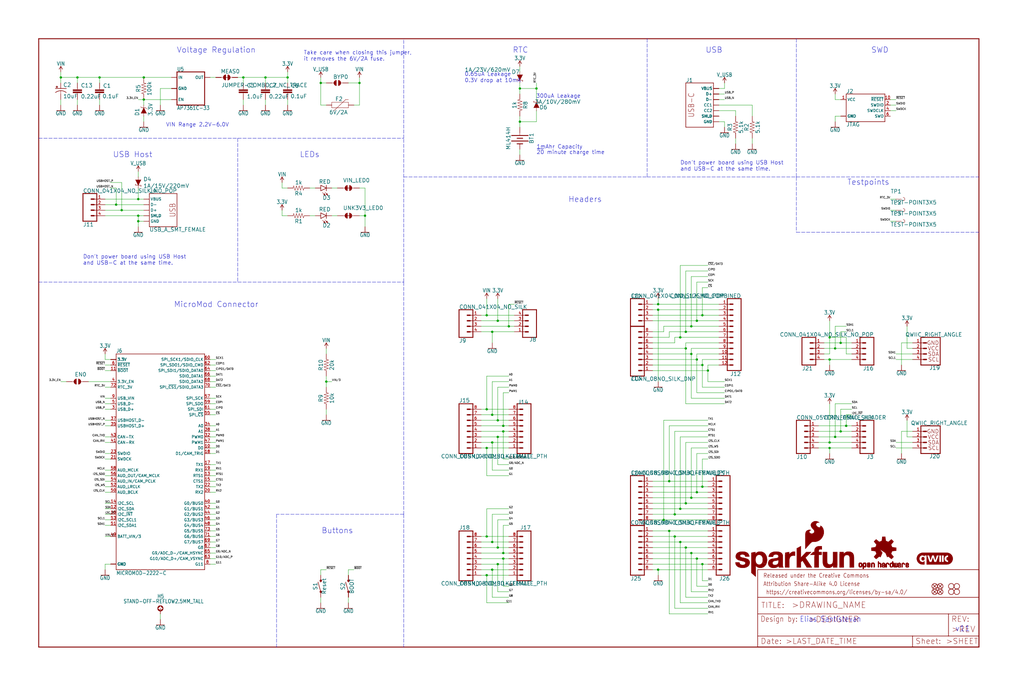
<source format=kicad_sch>
(kicad_sch (version 20211123) (generator eeschema)
  (paper "User" 470.306 317.906)
  (lib_symbols
    (symbol "eagleSchem-eagle-import:0.1UF-0603-25V-(+80{slash}-20%)"
      (property "Reference" "C" (at 1.524 2.921 0))
      (property "Value" "0.1UF-0603-25V-(+80{slash}-20%)" (at 1.524 -2.159 0))
      (symbol "0.1UF-0603-25V-(+80{slash}-20%)_1_0"
        (pin passive line (at 0 5.08 270) (length 2.54) (name "1") (number "1"))
        (pin passive line (at 0 -2.54 90) (length 2.54) (name "2") (number "2"))
      )
    )
    (symbol "eagleSchem-eagle-import:0.22UF-0603-25V-10%"
      (property "Reference" "C" (at 1.524 2.921 0))
      (property "Value" "0.22UF-0603-25V-10%" (at 1.524 -2.159 0))
      (symbol "0.22UF-0603-25V-10%_1_0"
        (pin passive line (at 0 5.08 270) (length 2.54) (name "1") (number "1"))
        (pin passive line (at 0 -2.54 90) (length 2.54) (name "2") (number "2"))
      )
    )
    (symbol "eagleSchem-eagle-import:1.0UF-0603-16V-10%"
      (property "Reference" "C" (at 1.524 2.921 0))
      (property "Value" "1.0UF-0603-16V-10%" (at 1.524 -2.159 0))
      (symbol "1.0UF-0603-16V-10%_1_0"
        (pin passive line (at 0 5.08 270) (length 2.54) (name "1") (number "1"))
        (pin passive line (at 0 -2.54 90) (length 2.54) (name "2") (number "2"))
      )
    )
    (symbol "eagleSchem-eagle-import:100KOHM-0603-1{slash}10W-1%"
      (property "Reference" "R" (at 0 1.524 0))
      (property "Value" "100KOHM-0603-1{slash}10W-1%" (at 0 -1.524 0))
      (symbol "100KOHM-0603-1{slash}10W-1%_1_0"
        (pin passive line (at -5.08 0 0) (length 2.54) (name "1") (number "1"))
        (pin passive line (at 5.08 0 180) (length 2.54) (name "2") (number "2"))
      )
    )
    (symbol "eagleSchem-eagle-import:10KOHM-0603-1{slash}10W-1%"
      (property "Reference" "R" (at 0 1.524 0))
      (property "Value" "10KOHM-0603-1{slash}10W-1%" (at 0 -1.524 0))
      (symbol "10KOHM-0603-1{slash}10W-1%_1_0"
        (pin passive line (at -5.08 0 0) (length 2.54) (name "1") (number "1"))
        (pin passive line (at 5.08 0 180) (length 2.54) (name "2") (number "2"))
      )
    )
    (symbol "eagleSchem-eagle-import:10UF-POLAR-EIA3216-16V-10%(TANT)"
      (property "Reference" "C" (at 1.016 0.635 0))
      (property "Value" "10UF-POLAR-EIA3216-16V-10%(TANT)" (at 1.016 -4.191 0))
      (symbol "10UF-POLAR-EIA3216-16V-10%(TANT)_1_0"
        (pin passive line (at 0 2.54 270) (length 2.54) (name "+") (number "+"))
        (pin passive line (at 0 -5.08 90) (length 2.54) (name "-") (number "-"))
      )
    )
    (symbol "eagleSchem-eagle-import:1KOHM-0603-1{slash}10W-1%"
      (property "Reference" "R" (at 0 1.524 0))
      (property "Value" "1KOHM-0603-1{slash}10W-1%" (at 0 -1.524 0))
      (symbol "1KOHM-0603-1{slash}10W-1%_1_0"
        (pin passive line (at -5.08 0 0) (length 2.54) (name "1") (number "1"))
        (pin passive line (at 5.08 0 180) (length 2.54) (name "2") (number "2"))
      )
    )
    (symbol "eagleSchem-eagle-import:20KOHM-0603-1{slash}10W-1%"
      (property "Reference" "R" (at 0 1.524 0))
      (property "Value" "20KOHM-0603-1{slash}10W-1%" (at 0 -1.524 0))
      (symbol "20KOHM-0603-1{slash}10W-1%_1_0"
        (pin passive line (at -5.08 0 0) (length 2.54) (name "1") (number "1"))
        (pin passive line (at 5.08 0 180) (length 2.54) (name "2") (number "2"))
      )
    )
    (symbol "eagleSchem-eagle-import:3.3V" (power)
      (property "Value" "3.3V" (at 0 2.794 0))
      (symbol "3.3V_1_0"
        (pin power_in line (at 0 0 90) (length 2.54) (name "3.3V") (number "1"))
      )
    )
    (symbol "eagleSchem-eagle-import:5.1KOHM5.1KOHM-0603-1{slash}10W-1%"
      (property "Reference" "R" (at 0 1.524 0))
      (property "Value" "5.1KOHM5.1KOHM-0603-1{slash}10W-1%" (at 0 -1.524 0))
      (symbol "5.1KOHM5.1KOHM-0603-1{slash}10W-1%_1_0"
        (pin passive line (at -5.08 0 0) (length 2.54) (name "1") (number "1"))
        (pin passive line (at 5.08 0 180) (length 2.54) (name "2") (number "2"))
      )
    )
    (symbol "eagleSchem-eagle-import:AP7361C-33FGEUDFN-8"
      (property "Reference" "U" (at -7.62 7.874 0))
      (property "Value" "AP7361C-33FGEUDFN-8" (at -7.62 -7.874 0))
      (symbol "AP7361C-33FGEUDFN-8_1_0"
        (pin output line (at 7.62 5.08 180) (length 2.54) (name "OUT") (number "1"))
        (pin input line (at -10.16 0 0) (length 2.54) (name "GND") (number "4"))
        (pin bidirectional line (at -10.16 -5.08 0) (length 2.54) (name "EN") (number "5"))
        (pin input line (at -10.16 5.08 0) (length 2.54) (name "IN") (number "8"))
        (pin input line (at -10.16 0 0) (length 2.54) (name "GND") (number "EP"))
      )
    )
    (symbol "eagleSchem-eagle-import:CONN_041X04_NO_SILK"
      (property "Reference" "J" (at -5.08 8.128 0))
      (property "Value" "CONN_041X04_NO_SILK" (at -5.08 -7.366 0))
      (symbol "CONN_041X04_NO_SILK_1_0"
        (pin passive line (at 5.08 -2.54 180) (length 5.08) (name "1") (number "1"))
        (pin passive line (at 5.08 0 180) (length 5.08) (name "2") (number "2"))
        (pin passive line (at 5.08 2.54 180) (length 5.08) (name "3") (number "3"))
        (pin passive line (at 5.08 5.08 180) (length 5.08) (name "4") (number "4"))
      )
    )
    (symbol "eagleSchem-eagle-import:CONN_041X04_NO_SILK_NO_POP"
      (property "Reference" "J" (at -5.08 8.128 0))
      (property "Value" "CONN_041X04_NO_SILK_NO_POP" (at -5.08 -7.366 0))
      (symbol "CONN_041X04_NO_SILK_NO_POP_1_0"
        (pin passive line (at 5.08 -2.54 180) (length 5.08) (name "1") (number "1"))
        (pin passive line (at 5.08 0 180) (length 5.08) (name "2") (number "2"))
        (pin passive line (at 5.08 2.54 180) (length 5.08) (name "3") (number "3"))
        (pin passive line (at 5.08 5.08 180) (length 5.08) (name "4") (number "4"))
      )
    )
    (symbol "eagleSchem-eagle-import:CONN_04SMD_STRAIGHT_COMBO"
      (property "Reference" "J" (at -5.08 8.128 0))
      (property "Value" "CONN_04SMD_STRAIGHT_COMBO" (at -5.08 -7.366 0))
      (symbol "CONN_04SMD_STRAIGHT_COMBO_1_0"
        (pin passive line (at 5.08 -2.54 180) (length 5.08) (name "1") (number "1"))
        (pin passive line (at 5.08 0 180) (length 5.08) (name "2") (number "2"))
        (pin passive line (at 5.08 2.54 180) (length 5.08) (name "3") (number "3"))
        (pin passive line (at 5.08 5.08 180) (length 5.08) (name "4") (number "4"))
      )
    )
    (symbol "eagleSchem-eagle-import:CONN_05NO_SILK"
      (property "Reference" "J" (at -2.54 8.128 0))
      (property "Value" "CONN_05NO_SILK" (at -2.54 -9.906 0))
      (symbol "CONN_05NO_SILK_1_0"
        (pin passive line (at 7.62 -5.08 180) (length 5.08) (name "1") (number "1"))
        (pin passive line (at 7.62 -2.54 180) (length 5.08) (name "2") (number "2"))
        (pin passive line (at 7.62 0 180) (length 5.08) (name "3") (number "3"))
        (pin passive line (at 7.62 2.54 180) (length 5.08) (name "4") (number "4"))
        (pin passive line (at 7.62 5.08 180) (length 5.08) (name "5") (number "5"))
      )
    )
    (symbol "eagleSchem-eagle-import:CONN_05VERT_FEMALE_HEADER"
      (property "Reference" "J" (at -2.54 8.128 0))
      (property "Value" "CONN_05VERT_FEMALE_HEADER" (at -2.54 -9.906 0))
      (symbol "CONN_05VERT_FEMALE_HEADER_1_0"
        (pin passive line (at 7.62 -5.08 180) (length 5.08) (name "1") (number "1"))
        (pin passive line (at 7.62 -2.54 180) (length 5.08) (name "2") (number "2"))
        (pin passive line (at 7.62 0 180) (length 5.08) (name "3") (number "3"))
        (pin passive line (at 7.62 2.54 180) (length 5.08) (name "4") (number "4"))
        (pin passive line (at 7.62 5.08 180) (length 5.08) (name "5") (number "5"))
      )
    )
    (symbol "eagleSchem-eagle-import:CONN_08NO_SILK_DNP"
      (property "Reference" "J" (at -5.08 13.208 0))
      (property "Value" "CONN_08NO_SILK_DNP" (at -5.08 -12.446 0))
      (symbol "CONN_08NO_SILK_DNP_1_0"
        (pin passive line (at 5.08 -7.62 180) (length 5.08) (name "1") (number "1"))
        (pin passive line (at 5.08 -5.08 180) (length 5.08) (name "2") (number "2"))
        (pin passive line (at 5.08 -2.54 180) (length 5.08) (name "3") (number "3"))
        (pin passive line (at 5.08 0 180) (length 5.08) (name "4") (number "4"))
        (pin passive line (at 5.08 2.54 180) (length 5.08) (name "5") (number "5"))
        (pin passive line (at 5.08 5.08 180) (length 5.08) (name "6") (number "6"))
        (pin passive line (at 5.08 7.62 180) (length 5.08) (name "7") (number "7"))
        (pin passive line (at 5.08 10.16 180) (length 5.08) (name "8") (number "8"))
      )
    )
    (symbol "eagleSchem-eagle-import:CONN_08NO_SILK_FEMALE_PTH"
      (property "Reference" "J" (at -5.08 13.208 0))
      (property "Value" "CONN_08NO_SILK_FEMALE_PTH" (at -5.08 -12.446 0))
      (symbol "CONN_08NO_SILK_FEMALE_PTH_1_0"
        (pin passive line (at 5.08 -7.62 180) (length 5.08) (name "1") (number "1"))
        (pin passive line (at 5.08 -5.08 180) (length 5.08) (name "2") (number "2"))
        (pin passive line (at 5.08 -2.54 180) (length 5.08) (name "3") (number "3"))
        (pin passive line (at 5.08 0 180) (length 5.08) (name "4") (number "4"))
        (pin passive line (at 5.08 2.54 180) (length 5.08) (name "5") (number "5"))
        (pin passive line (at 5.08 5.08 180) (length 5.08) (name "6") (number "6"))
        (pin passive line (at 5.08 7.62 180) (length 5.08) (name "7") (number "7"))
        (pin passive line (at 5.08 10.16 180) (length 5.08) (name "8") (number "8"))
      )
    )
    (symbol "eagleSchem-eagle-import:CONN_08SMD-COMBO-FEMALE"
      (property "Reference" "J" (at -5.08 13.208 0))
      (property "Value" "CONN_08SMD-COMBO-FEMALE" (at -5.08 -12.446 0))
      (symbol "CONN_08SMD-COMBO-FEMALE_1_0"
        (pin passive line (at 5.08 -7.62 180) (length 5.08) (name "1") (number "1"))
        (pin passive line (at 5.08 -5.08 180) (length 5.08) (name "2") (number "2"))
        (pin passive line (at 5.08 -2.54 180) (length 5.08) (name "3") (number "3"))
        (pin passive line (at 5.08 0 180) (length 5.08) (name "4") (number "4"))
        (pin passive line (at 5.08 2.54 180) (length 5.08) (name "5") (number "5"))
        (pin passive line (at 5.08 5.08 180) (length 5.08) (name "6") (number "6"))
        (pin passive line (at 5.08 7.62 180) (length 5.08) (name "7") (number "7"))
        (pin passive line (at 5.08 10.16 180) (length 5.08) (name "8") (number "8"))
      )
    )
    (symbol "eagleSchem-eagle-import:CONN_12SMD_COMBINED"
      (property "Reference" "J" (at 0 15.748 0))
      (property "Value" "CONN_12SMD_COMBINED" (at 0 -20.066 0))
      (symbol "CONN_12SMD_COMBINED_1_0"
        (pin passive line (at 10.16 -15.24 180) (length 5.08) (name "1") (number "1"))
        (pin passive line (at 10.16 7.62 180) (length 5.08) (name "10") (number "10"))
        (pin passive line (at 10.16 10.16 180) (length 5.08) (name "11") (number "11"))
        (pin passive line (at 10.16 12.7 180) (length 5.08) (name "12") (number "12"))
        (pin passive line (at 10.16 -12.7 180) (length 5.08) (name "2") (number "2"))
        (pin passive line (at 10.16 -10.16 180) (length 5.08) (name "3") (number "3"))
        (pin passive line (at 10.16 -7.62 180) (length 5.08) (name "4") (number "4"))
        (pin passive line (at 10.16 -5.08 180) (length 5.08) (name "5") (number "5"))
        (pin passive line (at 10.16 -2.54 180) (length 5.08) (name "6") (number "6"))
        (pin passive line (at 10.16 0 180) (length 5.08) (name "7") (number "7"))
        (pin passive line (at 10.16 2.54 180) (length 5.08) (name "8") (number "8"))
        (pin passive line (at 10.16 5.08 180) (length 5.08) (name "9") (number "9"))
      )
    )
    (symbol "eagleSchem-eagle-import:CORTEX_JTAG_DEBUG_MINIMUM_PTH"
      (property "Reference" "J" (at -10.16 7.874 0))
      (property "Value" "CORTEX_JTAG_DEBUG_MINIMUM_PTH" (at -10.16 -7.366 0))
      (symbol "CORTEX_JTAG_DEBUG_MINIMUM_PTH_1_0"
        (pin bidirectional line (at -12.7 5.08 0) (length 2.54) (name "VCC") (number "1"))
        (pin bidirectional line (at 10.16 5.08 180) (length 2.54) (name "~{RESET}") (number "10"))
        (pin bidirectional line (at 10.16 2.54 180) (length 2.54) (name "SWDIO") (number "2"))
        (pin bidirectional line (at -12.7 -2.54 0) (length 2.54) (name "GND") (number "3"))
        (pin bidirectional line (at 10.16 0 180) (length 2.54) (name "SWDCLK") (number "4"))
        (pin bidirectional line (at -12.7 -2.54 0) (length 2.54) (name "GND") (number "5"))
        (pin bidirectional line (at 10.16 -2.54 180) (length 2.54) (name "SWO") (number "6"))
        (pin bidirectional line (at -12.7 -2.54 0) (length 2.54) (name "GND") (number "9"))
      )
    )
    (symbol "eagleSchem-eagle-import:DIODE-SCHOTTKY-BAT20J"
      (property "Reference" "D" (at -2.54 2.032 0))
      (property "Value" "DIODE-SCHOTTKY-BAT20J" (at -2.54 -2.032 0))
      (symbol "DIODE-SCHOTTKY-BAT20J_1_0"
        (pin passive line (at -2.54 0 0) (length 0) (name "A") (number "A"))
        (pin passive line (at 2.54 0 180) (length 0) (name "C") (number "C"))
      )
    )
    (symbol "eagleSchem-eagle-import:DIODE-SCHOTTKY-BAT60A"
      (property "Reference" "D" (at -2.54 2.032 0))
      (property "Value" "DIODE-SCHOTTKY-BAT60A" (at -2.54 -2.032 0))
      (symbol "DIODE-SCHOTTKY-BAT60A_1_0"
        (pin passive line (at -2.54 0 0) (length 0) (name "A") (number "A"))
        (pin passive line (at 2.54 0 180) (length 0) (name "C") (number "C"))
      )
    )
    (symbol "eagleSchem-eagle-import:DIODE-SCHOTTKY-LSM115JE3"
      (property "Reference" "D" (at -2.54 2.032 0))
      (property "Value" "DIODE-SCHOTTKY-LSM115JE3" (at -2.54 -2.032 0))
      (symbol "DIODE-SCHOTTKY-LSM115JE3_1_0"
        (pin passive line (at -2.54 0 0) (length 0) (name "A") (number "A"))
        (pin passive line (at 2.54 0 180) (length 0) (name "C") (number "C"))
      )
    )
    (symbol "eagleSchem-eagle-import:DIODE-ZENER-MM3Z3V3T1G"
      (property "Reference" "D" (at -2.54 2.032 0))
      (property "Value" "DIODE-ZENER-MM3Z3V3T1G" (at -2.54 -2.032 0))
      (symbol "DIODE-ZENER-MM3Z3V3T1G_1_0"
        (pin passive line (at -2.54 0 0) (length 0) (name "A") (number "A"))
        (pin passive line (at 2.54 0 180) (length 0) (name "C") (number "C"))
      )
    )
    (symbol "eagleSchem-eagle-import:FIDUCIALUFIDUCIAL")
    (symbol "eagleSchem-eagle-import:FRAME-LEDGER"
      (symbol "FRAME-LEDGER_2_0"
        (text " https://creativecommons.org/licenses/by-sa/4.0/" (at 2.54 24.13 0) (effects (font (size 1.9304 1.6408)) (justify left bottom)))
        (text ">DESIGNER" (at 23.114 11.176 0) (effects (font (size 2.7432 2.7432)) (justify left bottom)))
        (text ">DRAWING_NAME" (at 15.494 17.78 0) (effects (font (size 2.7432 2.7432)) (justify left bottom)))
        (text ">LAST_DATE_TIME" (at 12.7 1.27 0) (effects (font (size 2.54 2.54)) (justify left bottom)))
        (text ">REV" (at 88.9 6.604 0) (effects (font (size 2.7432 2.7432)) (justify left bottom)))
        (text ">SHEET" (at 86.36 1.27 0) (effects (font (size 2.54 2.54)) (justify left bottom)))
        (text "Attribution Share-Alike 4.0 License" (at 2.54 27.94 0) (effects (font (size 1.9304 1.6408)) (justify left bottom)))
        (text "Date:" (at 1.27 1.27 0) (effects (font (size 2.54 2.54)) (justify left bottom)))
        (text "Design by:" (at 1.27 11.43 0) (effects (font (size 2.54 2.159)) (justify left bottom)))
        (text "Released under the Creative Commons" (at 2.54 31.75 0) (effects (font (size 1.9304 1.6408)) (justify left bottom)))
        (text "REV:" (at 88.9 11.43 0) (effects (font (size 2.54 2.54)) (justify left bottom)))
        (text "Sheet:" (at 72.39 1.27 0) (effects (font (size 2.54 2.54)) (justify left bottom)))
        (text "TITLE:" (at 1.524 17.78 0) (effects (font (size 2.54 2.54)) (justify left bottom)))
      )
    )
    (symbol "eagleSchem-eagle-import:GND" (power)
      (property "Value" "GND" (at 0 -0.254 0))
      (symbol "GND_1_0"
        (pin power_in line (at 0 2.54 270) (length 2.54) (name "GND") (number "1"))
      )
    )
    (symbol "eagleSchem-eagle-import:JUMPER-COMBO_2_NC_TRACE"
      (property "Reference" "JP" (at -2.54 2.54 0))
      (property "Value" "JUMPER-COMBO_2_NC_TRACE" (at -2.54 -2.54 0))
      (symbol "JUMPER-COMBO_2_NC_TRACE_1_0"
        (pin passive line (at -5.08 0 0) (length 2.54) (name "1") (number "1"))
        (pin passive line (at 5.08 0 180) (length 2.54) (name "2") (number "2"))
        (pin passive line (at -5.08 0 0) (length 2.54) (name "1") (number "3"))
        (pin passive line (at 5.08 0 180) (length 2.54) (name "2") (number "4"))
      )
    )
    (symbol "eagleSchem-eagle-import:JUMPER-SMT_2_NC_TRACE_SILK"
      (property "Reference" "JP" (at -2.54 2.54 0))
      (property "Value" "JUMPER-SMT_2_NC_TRACE_SILK" (at -2.54 -2.54 0))
      (symbol "JUMPER-SMT_2_NC_TRACE_SILK_1_0"
        (pin passive line (at -5.08 0 0) (length 2.54) (name "1") (number "1"))
        (pin passive line (at 5.08 0 180) (length 2.54) (name "2") (number "2"))
      )
    )
    (symbol "eagleSchem-eagle-import:JUMPER-SMT_2_NO_SILK"
      (property "Reference" "JP" (at -2.54 2.54 0))
      (property "Value" "JUMPER-SMT_2_NO_SILK" (at -2.54 -2.54 0))
      (symbol "JUMPER-SMT_2_NO_SILK_1_0"
        (pin passive line (at -5.08 0 0) (length 2.54) (name "1") (number "1"))
        (pin passive line (at 5.08 0 180) (length 2.54) (name "2") (number "2"))
      )
    )
    (symbol "eagleSchem-eagle-import:LED-RED0603"
      (property "Reference" "D" (at -3.429 -4.572 90))
      (property "Value" "LED-RED0603" (at 1.905 -4.572 90))
      (symbol "LED-RED0603_1_0"
        (pin passive line (at 0 2.54 270) (length 2.54) (name "A") (number "A"))
        (pin passive line (at 0 -5.08 90) (length 2.54) (name "C") (number "C"))
      )
    )
    (symbol "eagleSchem-eagle-import:MICROMOD-2222-C"
      (property "Reference" "J" (at -20.32 53.848 0))
      (property "Value" "MICROMOD-2222-C" (at -20.32 -48.26 0))
      (symbol "MICROMOD-2222-C_1_0"
        (pin bidirectional line (at -22.86 -43.18 0) (length 2.54) (name "GND") (number "1"))
        (pin bidirectional line (at 22.86 10.16 180) (length 2.54) (name "D0") (number "10"))
        (pin bidirectional line (at -22.86 45.72 0) (length 2.54) (name "~{BOOT}") (number "11"))
        (pin bidirectional line (at -22.86 -17.78 0) (length 2.54) (name "I2C_SDA") (number "12"))
        (pin bidirectional line (at 22.86 -2.54 180) (length 2.54) (name "RTS1") (number "13"))
        (pin bidirectional line (at -22.86 -15.24 0) (length 2.54) (name "I2C_SCL") (number "14"))
        (pin bidirectional line (at 22.86 -5.08 180) (length 2.54) (name "CTS1") (number "15"))
        (pin bidirectional line (at -22.86 -20.32 0) (length 2.54) (name "I2C_~{INT}") (number "16"))
        (pin bidirectional line (at 22.86 2.54 180) (length 2.54) (name "TX1") (number "17"))
        (pin bidirectional line (at 22.86 7.62 180) (length 2.54) (name "D1/CAM_TRIG") (number "18"))
        (pin bidirectional line (at 22.86 0 180) (length 2.54) (name "RX1") (number "19"))
        (pin bidirectional line (at -22.86 50.8 0) (length 2.54) (name "3.3V") (number "2"))
        (pin bidirectional line (at 22.86 -10.16 180) (length 2.54) (name "RX2") (number "20"))
        (pin bidirectional line (at -22.86 5.08 0) (length 2.54) (name "SWDCK") (number "21"))
        (pin bidirectional line (at 22.86 -7.62 180) (length 2.54) (name "TX2") (number "22"))
        (pin bidirectional line (at -22.86 7.62 0) (length 2.54) (name "SWDIO") (number "23"))
        (pin bidirectional line (at -22.86 27.94 0) (length 2.54) (name "USB_D+") (number "3"))
        (pin bidirectional line (at 22.86 15.24 180) (length 2.54) (name "PWM0") (number "32"))
        (pin bidirectional line (at -22.86 -43.18 0) (length 2.54) (name "GND") (number "33"))
        (pin bidirectional line (at 22.86 20.32 180) (length 2.54) (name "A0") (number "34"))
        (pin bidirectional line (at -22.86 20.32 0) (length 2.54) (name "USBHOST_D+") (number "35"))
        (pin bidirectional line (at -22.86 -43.18 0) (length 2.54) (name "GND") (number "36"))
        (pin bidirectional line (at -22.86 22.86 0) (length 2.54) (name "USBHOST_D-") (number "37"))
        (pin bidirectional line (at 22.86 17.78 180) (length 2.54) (name "A1") (number "38"))
        (pin bidirectional line (at -22.86 -43.18 0) (length 2.54) (name "GND") (number "39"))
        (pin bidirectional line (at -22.86 40.64 0) (length 2.54) (name "3.3V_EN") (number "4"))
        (pin bidirectional line (at 22.86 -15.24 180) (length 2.54) (name "G0/BUS0") (number "40"))
        (pin bidirectional line (at -22.86 12.7 0) (length 2.54) (name "CAN-RX") (number "41"))
        (pin bidirectional line (at 22.86 -17.78 180) (length 2.54) (name "G1/BUS1") (number "42"))
        (pin bidirectional line (at -22.86 15.24 0) (length 2.54) (name "CAN-TX") (number "43"))
        (pin bidirectional line (at 22.86 -20.32 180) (length 2.54) (name "G2/BUS2") (number "44"))
        (pin bidirectional line (at -22.86 -43.18 0) (length 2.54) (name "GND") (number "45"))
        (pin bidirectional line (at 22.86 -22.86 180) (length 2.54) (name "G3/BUS3") (number "46"))
        (pin bidirectional line (at 22.86 12.7 180) (length 2.54) (name "PWM1") (number "47"))
        (pin bidirectional line (at 22.86 -25.4 180) (length 2.54) (name "G4/BUS4") (number "48"))
        (pin bidirectional line (at -22.86 -30.48 0) (length 2.54) (name "BATT_VIN/3") (number "49"))
        (pin bidirectional line (at -22.86 30.48 0) (length 2.54) (name "USB_D-") (number "5"))
        (pin bidirectional line (at -22.86 -10.16 0) (length 2.54) (name "AUD_BCLK") (number "50"))
        (pin bidirectional line (at -22.86 -25.4 0) (length 2.54) (name "I2C_SDA1") (number "51"))
        (pin bidirectional line (at -22.86 -7.62 0) (length 2.54) (name "AUD_LRCLK") (number "52"))
        (pin bidirectional line (at -22.86 -22.86 0) (length 2.54) (name "I2C_SCL1") (number "53"))
        (pin bidirectional line (at -22.86 -5.08 0) (length 2.54) (name "AUD_IN/CAM_PCLK") (number "54"))
        (pin bidirectional line (at 22.86 25.4 180) (length 2.54) (name "SPI_~{CS}") (number "55"))
        (pin bidirectional line (at -22.86 -2.54 0) (length 2.54) (name "AUD_OUT/CAM_MCLK") (number "56"))
        (pin bidirectional line (at 22.86 33.02 180) (length 2.54) (name "SPI_SCK") (number "57"))
        (pin bidirectional line (at -22.86 0 0) (length 2.54) (name "AUD_MCLK") (number "58"))
        (pin bidirectional line (at 22.86 30.48 180) (length 2.54) (name "SPI_SDO") (number "59"))
        (pin bidirectional line (at -22.86 48.26 0) (length 2.54) (name "~{RESET}") (number "6"))
        (pin bidirectional line (at 22.86 50.8 180) (length 2.54) (name "SPI_SCK1/SDIO_CLK") (number "60"))
        (pin bidirectional line (at 22.86 27.94 180) (length 2.54) (name "SPI_SDI") (number "61"))
        (pin bidirectional line (at 22.86 48.26 180) (length 2.54) (name "SPI_SDO1/SDIO_CMD") (number "62"))
        (pin bidirectional line (at 22.86 -40.64 180) (length 2.54) (name "G10/ADC_D+/CAM_VSYNC") (number "63"))
        (pin bidirectional line (at 22.86 45.72 180) (length 2.54) (name "SPI_SDI1/SDIO_DATA0") (number "64"))
        (pin bidirectional line (at 22.86 -38.1 180) (length 2.54) (name "G9/ADC_D-/CAM_HSYNC") (number "65"))
        (pin bidirectional line (at 22.86 43.18 180) (length 2.54) (name "SDIO_DATA1") (number "66"))
        (pin bidirectional line (at 22.86 -35.56 180) (length 2.54) (name "G8") (number "67"))
        (pin bidirectional line (at 22.86 40.64 180) (length 2.54) (name "SDIO_DATA2") (number "68"))
        (pin bidirectional line (at 22.86 -33.02 180) (length 2.54) (name "G7/BUS7") (number "69"))
        (pin bidirectional line (at -22.86 -43.18 0) (length 2.54) (name "GND") (number "7"))
        (pin bidirectional line (at 22.86 38.1 180) (length 2.54) (name "SPI_~{CS1}/SDIO_DATA3") (number "70"))
        (pin bidirectional line (at 22.86 -30.48 180) (length 2.54) (name "G6/BUS6") (number "71"))
        (pin bidirectional line (at -22.86 38.1 0) (length 2.54) (name "RTC_3V") (number "72"))
        (pin bidirectional line (at 22.86 -27.94 180) (length 2.54) (name "G5/BUS5") (number "73"))
        (pin bidirectional line (at -22.86 50.8 0) (length 2.54) (name "3.3V") (number "74"))
        (pin bidirectional line (at -22.86 -43.18 0) (length 2.54) (name "GND") (number "75"))
        (pin bidirectional line (at 22.86 -43.18 180) (length 2.54) (name "G11") (number "8"))
        (pin bidirectional line (at -22.86 33.02 0) (length 2.54) (name "USB_VIN") (number "9"))
      )
    )
    (symbol "eagleSchem-eagle-import:ML414H_IV01E_BATTERY"
      (property "Reference" "BT" (at 0 4.318 0))
      (property "Value" "ML414H_IV01E_BATTERY" (at 0 -4.318 0))
      (symbol "ML414H_IV01E_BATTERY_1_0"
        (pin power_in line (at -5.08 0 0) (length 2.54) (name "+") (number "+"))
        (pin power_in line (at 5.08 0 180) (length 2.54) (name "-") (number "-"))
      )
    )
    (symbol "eagleSchem-eagle-import:MOMENTARY-SWITCH-SPST-SMD-5.2-TALL-REDUNDANT"
      (property "Reference" "S" (at 0 1.524 0))
      (property "Value" "MOMENTARY-SWITCH-SPST-SMD-5.2-TALL-REDUNDANT" (at 0 -0.508 0))
      (symbol "MOMENTARY-SWITCH-SPST-SMD-5.2-TALL-REDUNDANT_1_0"
        (pin passive line (at -5.08 0 0) (length 2.54) (name "1") (number "1"))
        (pin passive line (at -5.08 0 0) (length 2.54) (name "1") (number "2"))
        (pin passive line (at 5.08 0 180) (length 2.54) (name "2") (number "3"))
        (pin passive line (at 5.08 0 180) (length 2.54) (name "2") (number "4"))
      )
    )
    (symbol "eagleSchem-eagle-import:OSHW-LOGOMINI")
    (symbol "eagleSchem-eagle-import:PPTC_6V2A"
      (property "Reference" "F" (at 1.905 3.175 0))
      (property "Value" "PPTC_6V2A" (at 1.27 -2.794 0))
      (symbol "PPTC_6V2A_1_0"
        (pin bidirectional line (at -5.08 0 0) (length 2.54) (name "1") (number "1"))
        (pin bidirectional line (at 7.62 0 180) (length 2.54) (name "2") (number "2"))
      )
    )
    (symbol "eagleSchem-eagle-import:QWIIC_CONNECTORJS-1MM"
      (property "Reference" "J" (at -5.08 7.874 0))
      (property "Value" "QWIIC_CONNECTORJS-1MM" (at -5.08 -5.334 0))
      (symbol "QWIIC_CONNECTORJS-1MM_1_0"
        (text "GND" (at -4.572 -2.54 0) (effects (font (size 1.778 1.778)) (justify left)))
        (text "SCL" (at -4.572 5.08 0) (effects (font (size 1.778 1.778)) (justify left)))
        (text "SDA" (at -4.572 2.54 0) (effects (font (size 1.778 1.778)) (justify left)))
        (text "VCC" (at -4.572 0 0) (effects (font (size 1.778 1.778)) (justify left)))
        (pin power_in line (at 7.62 -2.54 180) (length 5.08) (name "1") (number "1"))
        (pin power_in line (at 7.62 0 180) (length 5.08) (name "2") (number "2"))
        (pin passive line (at 7.62 2.54 180) (length 5.08) (name "3") (number "3"))
        (pin passive line (at 7.62 5.08 180) (length 5.08) (name "4") (number "4"))
      )
    )
    (symbol "eagleSchem-eagle-import:QWIIC_LOGO_5MM")
    (symbol "eagleSchem-eagle-import:SFE_LOGO_NAME_FLAME.1_INCH")
    (symbol "eagleSchem-eagle-import:STAND-OFF")
    (symbol "eagleSchem-eagle-import:STAND-OFF-REFLOW2.5MM_TALL"
      (property "Reference" "H" (at -2.54 2.54 0))
      (property "Value" "STAND-OFF-REFLOW2.5MM_TALL" (at 2.54 0 0))
      (symbol "STAND-OFF-REFLOW2.5MM_TALL_1_0"
        (pin bidirectional line (at 0 -2.54 90) (length 2.54) (name "1") (number "1"))
      )
    )
    (symbol "eagleSchem-eagle-import:TEST-POINT3X5"
      (property "Reference" "TP" (at -2.54 2.54 0))
      (property "Value" "TEST-POINT3X5" (at -2.54 -2.54 0))
      (symbol "TEST-POINT3X5_1_0"
        (pin bidirectional line (at 0 0 180) (length 0) (name "1") (number "P$1"))
      )
    )
    (symbol "eagleSchem-eagle-import:USB_A_SMT_FEMALE"
      (property "Reference" "J" (at -5.08 7.874 0))
      (property "Value" "USB_A_SMT_FEMALE" (at -5.08 -9.906 0))
      (symbol "USB_A_SMT_FEMALE_1_0"
        (text "USB" (at 7.112 -3.302 900) (effects (font (size 2.54 2.159)) (justify left bottom)))
        (pin bidirectional line (at -7.62 0 0) (length 2.54) (name "D+") (number "D+"))
        (pin bidirectional line (at -7.62 2.54 0) (length 2.54) (name "D-") (number "D-"))
        (pin power_in line (at -7.62 -5.08 0) (length 2.54) (name "GND") (number "GND"))
        (pin bidirectional line (at -7.62 -2.54 0) (length 2.54) (name "SHLD") (number "SHLD1"))
        (pin bidirectional line (at -7.62 -2.54 0) (length 2.54) (name "SHLD") (number "SHLD2"))
        (pin power_in line (at -7.62 5.08 0) (length 2.54) (name "VBUS") (number "VBUS"))
      )
    )
    (symbol "eagleSchem-eagle-import:USB_C_2-LAYER_PADS"
      (property "Reference" "J" (at -2.54 10.414 0))
      (property "Value" "USB_C_2-LAYER_PADS" (at -2.54 -12.446 0))
      (symbol "USB_C_2-LAYER_PADS_1_0"
        (text "USB-C" (at 0 0 900) (effects (font (size 2.54 2.159))))
        (pin bidirectional line (at 12.7 0 180) (length 2.54) (name "CC1") (number "A5"))
        (pin bidirectional line (at 12.7 5.08 180) (length 2.54) (name "D+") (number "A6"))
        (pin bidirectional line (at 12.7 2.54 180) (length 2.54) (name "D-") (number "A7"))
        (pin bidirectional line (at 12.7 -2.54 180) (length 2.54) (name "CC2") (number "B5"))
        (pin bidirectional line (at 12.7 5.08 180) (length 2.54) (name "D+") (number "B6"))
        (pin bidirectional line (at 12.7 2.54 180) (length 2.54) (name "D-") (number "B7"))
        (pin bidirectional line (at 12.7 -7.62 180) (length 2.54) (name "GND") (number "GND"))
        (pin bidirectional line (at 12.7 -7.62 180) (length 2.54) (name "GND") (number "GND2"))
        (pin bidirectional line (at 12.7 -5.08 180) (length 2.54) (name "SHLD") (number "SHLD1"))
        (pin bidirectional line (at 12.7 -5.08 180) (length 2.54) (name "SHLD") (number "SHLD2"))
        (pin bidirectional line (at 12.7 -5.08 180) (length 2.54) (name "SHLD") (number "SHLD3"))
        (pin bidirectional line (at 12.7 -5.08 180) (length 2.54) (name "SHLD") (number "SHLD4"))
        (pin bidirectional line (at 12.7 7.62 180) (length 2.54) (name "VBUS") (number "VBUS1"))
        (pin bidirectional line (at 12.7 7.62 180) (length 2.54) (name "VBUS") (number "VBUS2"))
      )
    )
    (symbol "eagleSchem-eagle-import:VIN" (power)
      (property "Value" "VIN" (at 0 2.794 0))
      (symbol "VIN_1_0"
        (pin power_in line (at 0 0 90) (length 2.54) (name "VIN") (number "1"))
      )
    )
    (symbol "eagleSchem-eagle-import:V_USB" (power)
      (property "Value" "V_USB" (at 0 2.794 0))
      (symbol "V_USB_1_0"
        (pin power_in line (at 0 0 90) (length 2.54) (name "V_USB") (number "1"))
      )
    )
  )
  (junction (at 320.04 256.54))
  (junction (at 314.96 231.14))
  (junction (at 226.06 248.92))
  (junction (at 223.52 264.16))
  (junction (at 383.54 200.66))
  (junction (at 388.62 195.58))
  (junction (at 165.1 38.1))
  (junction (at 228.6 147.32))
  (junction (at 314.96 251.46))
  (junction (at 314.96 152.4))
  (junction (at 66.04 45.72))
  (junction (at 309.88 236.22))
  (junction (at 322.58 259.08))
  (junction (at 317.5 254))
  (junction (at 320.04 226.06))
  (junction (at 45.72 35.56))
  (junction (at 132.08 35.56))
  (junction (at 231.14 198.12))
  (junction (at 320.04 147.32))
  (junction (at 386.08 198.12))
  (junction (at 309.88 246.38))
  (junction (at 307.34 243.84))
  (junction (at 228.6 193.04))
  (junction (at 228.6 259.08))
  (junction (at 121.92 35.56))
  (junction (at 27.94 35.56))
  (junction (at 149.86 175.26))
  (junction (at 312.42 154.94))
  (junction (at 246.38 40.64))
  (junction (at 226.06 190.5))
  (junction (at 55.88 96.52))
  (junction (at 238.76 40.64))
  (junction (at 231.14 254))
  (junction (at 238.76 55.88))
  (junction (at 226.06 261.62))
  (junction (at 35.56 35.56))
  (junction (at 304.8 238.76))
  (junction (at 307.34 220.98))
  (junction (at 312.42 248.92))
  (junction (at 302.26 261.62))
  (junction (at 320.04 165.1))
  (junction (at 381 205.74))
  (junction (at 147.32 38.1))
  (junction (at 383.54 160.02))
  (junction (at 302.26 139.7))
  (junction (at 381 165.1))
  (junction (at 226.06 203.2))
  (junction (at 223.52 205.74))
  (junction (at 228.6 251.46))
  (junction (at 302.26 142.24))
  (junction (at 312.42 233.68))
  (junction (at 231.14 195.58))
  (junction (at 63.5 99.06))
  (junction (at 223.52 246.38))
  (junction (at 317.5 149.86))
  (junction (at 325.12 170.18))
  (junction (at 317.5 162.56))
  (junction (at 233.68 149.86))
  (junction (at 322.58 223.52))
  (junction (at 314.96 160.02))
  (junction (at 63.5 91.44))
  (junction (at 228.6 200.66))
  (junction (at 386.08 157.48))
  (junction (at 322.58 144.78))
  (junction (at 322.58 167.64))
  (junction (at 111.76 35.56))
  (junction (at 53.34 93.98))
  (junction (at 317.5 228.6))
  (junction (at 167.64 99.06))
  (junction (at 381 154.94))
  (junction (at 223.52 144.78))
  (junction (at 381 203.2))
  (junction (at 226.06 152.4))
  (junction (at 223.52 187.96))
  (junction (at 63.5 101.6))
  (junction (at 66.04 35.56))
  (junction (at 231.14 256.54))
  (wire (pts (xy 325.12 167.64) (xy 325.12 170.18)))
  (wire (pts (xy 228.6 193.04) (xy 220.98 193.04)))
  (wire (pts (xy 330.2 144.78) (xy 322.58 144.78)))
  (wire (pts (xy 233.68 195.58) (xy 231.14 195.58)))
  (wire (pts (xy 226.06 236.22) (xy 233.68 236.22)))
  (wire (pts (xy 132.08 99.06) (xy 129.54 99.06)))
  (wire (pts (xy 99.06 35.56) (xy 96.52 35.56)))
  (wire (pts (xy 50.8 218.44) (xy 48.26 218.44)))
  (wire (pts (xy 50.8 231.14) (xy 48.26 231.14)))
  (wire (pts (xy 50.8 220.98) (xy 48.26 220.98)))
  (polyline (pts (xy 365.76 81.28) (xy 449.58 81.28)))
  (wire (pts (xy 345.44 66.04) (xy 345.44 63.5)))
  (wire (pts (xy 167.64 99.06) (xy 167.64 104.14)))
  (wire (pts (xy 233.68 190.5) (xy 226.06 190.5)))
  (wire (pts (xy 96.52 190.5) (xy 99.06 190.5)))
  (wire (pts (xy 152.4 99.06) (xy 154.94 99.06)))
  (wire (pts (xy 302.26 142.24) (xy 302.26 175.26)))
  (wire (pts (xy 325.12 246.38) (xy 309.88 246.38)))
  (wire (pts (xy 223.52 264.16) (xy 223.52 276.86)))
  (wire (pts (xy 325.12 259.08) (xy 322.58 259.08)))
  (wire (pts (xy 50.8 195.58) (xy 48.26 195.58)))
  (wire (pts (xy 142.24 86.36) (xy 144.78 86.36)))
  (wire (pts (xy 322.58 177.8) (xy 332.74 177.8)))
  (wire (pts (xy 314.96 274.32) (xy 325.12 274.32)))
  (wire (pts (xy 299.72 165.1) (xy 320.04 165.1)))
  (wire (pts (xy 383.54 149.86) (xy 388.62 149.86)))
  (wire (pts (xy 160.02 264.16) (xy 160.02 261.62)))
  (wire (pts (xy 238.76 68.58) (xy 238.76 71.12)))
  (wire (pts (xy 314.96 185.42) (xy 314.96 160.02)))
  (wire (pts (xy 325.12 175.26) (xy 332.74 175.26)))
  (wire (pts (xy 325.12 233.68) (xy 312.42 233.68)))
  (wire (pts (xy 309.88 157.48) (xy 309.88 154.94)))
  (wire (pts (xy 317.5 254) (xy 317.5 271.78)))
  (wire (pts (xy 312.42 154.94) (xy 309.88 154.94)))
  (wire (pts (xy 299.72 220.98) (xy 307.34 220.98)))
  (wire (pts (xy 309.88 236.22) (xy 309.88 198.12)))
  (wire (pts (xy 304.8 193.04) (xy 325.12 193.04)))
  (wire (pts (xy 312.42 233.68) (xy 312.42 200.66)))
  (wire (pts (xy 48.26 259.08) (xy 48.26 261.62)))
  (wire (pts (xy 226.06 203.2) (xy 226.06 215.9)))
  (polyline (pts (xy 17.78 63.5) (xy 109.22 63.5)))
  (polyline (pts (xy 185.42 129.54) (xy 185.42 63.5)))
  (wire (pts (xy 408.94 101.6) (xy 411.48 101.6)))
  (wire (pts (xy 299.72 142.24) (xy 302.26 142.24)))
  (wire (pts (xy 226.06 152.4) (xy 220.98 152.4)))
  (wire (pts (xy 330.2 139.7) (xy 302.26 139.7)))
  (wire (pts (xy 391.16 162.56) (xy 388.62 162.56)))
  (wire (pts (xy 320.04 147.32) (xy 320.04 129.54)))
  (wire (pts (xy 314.96 185.42) (xy 332.74 185.42)))
  (wire (pts (xy 299.72 251.46) (xy 314.96 251.46)))
  (wire (pts (xy 325.12 228.6) (xy 317.5 228.6)))
  (wire (pts (xy 391.16 205.74) (xy 381 205.74)))
  (wire (pts (xy 96.52 215.9) (xy 99.06 215.9)))
  (wire (pts (xy 299.72 233.68) (xy 312.42 233.68)))
  (wire (pts (xy 386.08 53.34) (xy 383.54 53.34)))
  (wire (pts (xy 160.02 261.62) (xy 162.56 261.62)))
  (wire (pts (xy 325.12 226.06) (xy 320.04 226.06)))
  (wire (pts (xy 96.52 233.68) (xy 99.06 233.68)))
  (wire (pts (xy 320.04 180.34) (xy 332.74 180.34)))
  (wire (pts (xy 419.1 205.74) (xy 411.48 205.74)))
  (wire (pts (xy 322.58 223.52) (xy 322.58 210.82)))
  (wire (pts (xy 50.8 236.22) (xy 48.26 236.22)))
  (wire (pts (xy 307.34 281.94) (xy 325.12 281.94)))
  (wire (pts (xy 332.74 55.88) (xy 332.74 58.42)))
  (wire (pts (xy 330.2 154.94) (xy 312.42 154.94)))
  (wire (pts (xy 220.98 254) (xy 231.14 254)))
  (wire (pts (xy 50.8 223.52) (xy 48.26 223.52)))
  (wire (pts (xy 121.92 35.56) (xy 121.92 38.1)))
  (wire (pts (xy 149.86 38.1) (xy 147.32 38.1)))
  (wire (pts (xy 378.46 162.56) (xy 381 162.56)))
  (polyline (pts (xy 127 236.22) (xy 127 297.18)))
  (wire (pts (xy 317.5 182.88) (xy 332.74 182.88)))
  (wire (pts (xy 325.12 248.92) (xy 312.42 248.92)))
  (wire (pts (xy 299.72 162.56) (xy 317.5 162.56)))
  (wire (pts (xy 96.52 182.88) (xy 99.06 182.88)))
  (wire (pts (xy 233.68 264.16) (xy 223.52 264.16)))
  (wire (pts (xy 96.52 170.18) (xy 99.06 170.18)))
  (wire (pts (xy 299.72 246.38) (xy 309.88 246.38)))
  (wire (pts (xy 236.22 149.86) (xy 233.68 149.86)))
  (wire (pts (xy 78.74 45.72) (xy 66.04 45.72)))
  (wire (pts (xy 231.14 256.54) (xy 220.98 256.54)))
  (wire (pts (xy 66.04 45.72) (xy 63.5 45.72)))
  (wire (pts (xy 96.52 256.54) (xy 99.06 256.54)))
  (wire (pts (xy 111.76 38.1) (xy 111.76 35.56)))
  (wire (pts (xy 299.72 254) (xy 317.5 254)))
  (polyline (pts (xy 365.76 17.78) (xy 365.76 81.28)))
  (wire (pts (xy 345.44 48.26) (xy 345.44 53.34)))
  (wire (pts (xy 228.6 177.8) (xy 233.68 177.8)))
  (wire (pts (xy 312.42 121.92) (xy 325.12 121.92)))
  (wire (pts (xy 391.16 200.66) (xy 383.54 200.66)))
  (wire (pts (xy 66.04 55.88) (xy 66.04 53.34)))
  (wire (pts (xy 129.54 86.36) (xy 129.54 83.82)))
  (wire (pts (xy 226.06 261.62) (xy 220.98 261.62)))
  (wire (pts (xy 50.8 167.64) (xy 48.26 167.64)))
  (wire (pts (xy 233.68 254) (xy 231.14 254)))
  (wire (pts (xy 325.12 243.84) (xy 307.34 243.84)))
  (wire (pts (xy 391.16 198.12) (xy 386.08 198.12)))
  (wire (pts (xy 162.56 48.26) (xy 165.1 48.26)))
  (wire (pts (xy 314.96 231.14) (xy 314.96 203.2)))
  (wire (pts (xy 304.8 152.4) (xy 304.8 149.86)))
  (wire (pts (xy 233.68 193.04) (xy 228.6 193.04)))
  (wire (pts (xy 96.52 226.06) (xy 99.06 226.06)))
  (wire (pts (xy 226.06 175.26) (xy 233.68 175.26)))
  (polyline (pts (xy 297.18 81.28) (xy 365.76 81.28)))
  (wire (pts (xy 50.8 177.8) (xy 48.26 177.8)))
  (wire (pts (xy 307.34 243.84) (xy 307.34 281.94)))
  (wire (pts (xy 322.58 167.64) (xy 322.58 177.8)))
  (wire (pts (xy 48.26 96.52) (xy 55.88 96.52)))
  (polyline (pts (xy 185.42 236.22) (xy 127 236.22)))
  (wire (pts (xy 314.96 152.4) (xy 314.96 124.46)))
  (wire (pts (xy 121.92 48.26) (xy 121.92 45.72)))
  (wire (pts (xy 96.52 218.44) (xy 99.06 218.44)))
  (wire (pts (xy 246.38 55.88) (xy 246.38 50.8)))
  (wire (pts (xy 231.14 195.58) (xy 231.14 180.34)))
  (wire (pts (xy 320.04 256.54) (xy 320.04 269.24)))
  (wire (pts (xy 220.98 248.92) (xy 226.06 248.92)))
  (wire (pts (xy 50.8 187.96) (xy 48.26 187.96)))
  (wire (pts (xy 96.52 203.2) (xy 99.06 203.2)))
  (wire (pts (xy 53.34 86.36) (xy 50.8 86.36)))
  (wire (pts (xy 73.66 284.48) (xy 73.66 281.94)))
  (wire (pts (xy 312.42 121.92) (xy 312.42 154.94)))
  (wire (pts (xy 299.72 228.6) (xy 317.5 228.6)))
  (wire (pts (xy 66.04 35.56) (xy 45.72 35.56)))
  (wire (pts (xy 78.74 40.64) (xy 73.66 40.64)))
  (wire (pts (xy 55.88 83.82) (xy 50.8 83.82)))
  (wire (pts (xy 322.58 132.08) (xy 325.12 132.08)))
  (wire (pts (xy 337.82 66.04) (xy 337.82 63.5)))
  (wire (pts (xy 55.88 96.52) (xy 55.88 83.82)))
  (wire (pts (xy 330.2 40.64) (xy 332.74 40.64)))
  (polyline (pts (xy 185.42 129.54) (xy 185.42 236.22)))
  (wire (pts (xy 111.76 35.56) (xy 121.92 35.56)))
  (wire (pts (xy 419.1 162.56) (xy 411.48 162.56)))
  (wire (pts (xy 27.94 38.1) (xy 27.94 35.56)))
  (wire (pts (xy 304.8 149.86) (xy 317.5 149.86)))
  (wire (pts (xy 96.52 172.72) (xy 99.06 172.72)))
  (wire (pts (xy 378.46 157.48) (xy 386.08 157.48)))
  (wire (pts (xy 48.26 165.1) (xy 48.26 162.56)))
  (wire (pts (xy 27.94 33.02) (xy 27.94 35.56)))
  (wire (pts (xy 314.96 124.46) (xy 325.12 124.46)))
  (wire (pts (xy 299.72 236.22) (xy 309.88 236.22)))
  (wire (pts (xy 142.24 99.06) (xy 144.78 99.06)))
  (wire (pts (xy 50.8 233.68) (xy 48.26 233.68)))
  (wire (pts (xy 220.98 195.58) (xy 231.14 195.58)))
  (wire (pts (xy 408.94 48.26) (xy 411.48 48.26)))
  (wire (pts (xy 299.72 248.92) (xy 312.42 248.92)))
  (wire (pts (xy 50.8 208.28) (xy 48.26 208.28)))
  (wire (pts (xy 228.6 193.04) (xy 228.6 177.8)))
  (wire (pts (xy 307.34 220.98) (xy 307.34 195.58)))
  (wire (pts (xy 302.26 261.62) (xy 325.12 261.62)))
  (wire (pts (xy 48.26 99.06) (xy 63.5 99.06)))
  (wire (pts (xy 246.38 45.72) (xy 246.38 40.64)))
  (wire (pts (xy 96.52 213.36) (xy 99.06 213.36)))
  (wire (pts (xy 96.52 175.26) (xy 99.06 175.26)))
  (wire (pts (xy 307.34 195.58) (xy 325.12 195.58)))
  (wire (pts (xy 317.5 162.56) (xy 317.5 182.88)))
  (wire (pts (xy 320.04 129.54) (xy 325.12 129.54)))
  (wire (pts (xy 302.26 264.16) (xy 302.26 261.62)))
  (wire (pts (xy 391.16 160.02) (xy 383.54 160.02)))
  (wire (pts (xy 299.72 226.06) (xy 320.04 226.06)))
  (wire (pts (xy 63.5 91.44) (xy 66.04 91.44)))
  (wire (pts (xy 391.16 165.1) (xy 381 165.1)))
  (wire (pts (xy 96.52 198.12) (xy 99.06 198.12)))
  (wire (pts (xy 231.14 254) (xy 231.14 241.3)))
  (wire (pts (xy 330.2 45.72) (xy 332.74 45.72)))
  (wire (pts (xy 332.74 40.64) (xy 332.74 38.1)))
  (wire (pts (xy 388.62 195.58) (xy 388.62 190.5)))
  (wire (pts (xy 223.52 218.44) (xy 233.68 218.44)))
  (wire (pts (xy 388.62 162.56) (xy 388.62 154.94)))
  (wire (pts (xy 325.12 251.46) (xy 314.96 251.46)))
  (wire (pts (xy 302.26 142.24) (xy 330.2 142.24)))
  (polyline (pts (xy 109.22 63.5) (xy 185.42 63.5)))
  (wire (pts (xy 160.02 276.86) (xy 160.02 274.32)))
  (wire (pts (xy 408.94 50.8) (xy 411.48 50.8)))
  (wire (pts (xy 226.06 203.2) (xy 220.98 203.2)))
  (wire (pts (xy 416.56 160.02) (xy 416.56 149.86)))
  (wire (pts (xy 330.2 152.4) (xy 314.96 152.4)))
  (wire (pts (xy 220.98 264.16) (xy 223.52 264.16)))
  (wire (pts (xy 322.58 165.1) (xy 322.58 167.64)))
  (wire (pts (xy 375.92 205.74) (xy 381 205.74)))
  (wire (pts (xy 391.16 203.2) (xy 381 203.2)))
  (wire (pts (xy 386.08 198.12) (xy 375.92 198.12)))
  (wire (pts (xy 165.1 35.56) (xy 165.1 38.1)))
  (wire (pts (xy 50.8 203.2) (xy 48.26 203.2)))
  (wire (pts (xy 149.86 261.62) (xy 147.32 261.62)))
  (wire (pts (xy 50.8 165.1) (xy 48.26 165.1)))
  (wire (pts (xy 35.56 35.56) (xy 27.94 35.56)))
  (wire (pts (xy 66.04 101.6) (xy 63.5 101.6)))
  (wire (pts (xy 233.68 261.62) (xy 226.06 261.62)))
  (wire (pts (xy 236.22 144.78) (xy 223.52 144.78)))
  (wire (pts (xy 299.72 261.62) (xy 302.26 261.62)))
  (wire (pts (xy 238.76 30.48) (xy 238.76 33.02)))
  (wire (pts (xy 299.72 223.52) (xy 322.58 223.52)))
  (wire (pts (xy 152.4 86.36) (xy 154.94 86.36)))
  (wire (pts (xy 233.68 248.92) (xy 226.06 248.92)))
  (wire (pts (xy 66.04 48.26) (xy 66.04 45.72)))
  (wire (pts (xy 414.02 198.12) (xy 414.02 208.28)))
  (wire (pts (xy 325.12 231.14) (xy 314.96 231.14)))
  (wire (pts (xy 299.72 238.76) (xy 304.8 238.76)))
  (wire (pts (xy 66.04 99.06) (xy 63.5 99.06)))
  (wire (pts (xy 419.1 165.1) (xy 411.48 165.1)))
  (wire (pts (xy 299.72 157.48) (xy 309.88 157.48)))
  (wire (pts (xy 330.2 167.64) (xy 325.12 167.64)))
  (wire (pts (xy 73.66 40.64) (xy 73.66 48.26)))
  (wire (pts (xy 383.54 53.34) (xy 383.54 55.88)))
  (wire (pts (xy 233.68 198.12) (xy 231.14 198.12)))
  (wire (pts (xy 45.72 38.1) (xy 45.72 35.56)))
  (wire (pts (xy 386.08 157.48) (xy 391.16 157.48)))
  (wire (pts (xy 419.1 160.02) (xy 416.56 160.02)))
  (wire (pts (xy 330.2 50.8) (xy 337.82 50.8)))
  (wire (pts (xy 416.56 200.66) (xy 416.56 193.04)))
  (wire (pts (xy 317.5 205.74) (xy 325.12 205.74)))
  (wire (pts (xy 317.5 160.02) (xy 317.5 162.56)))
  (wire (pts (xy 50.8 193.04) (xy 48.26 193.04)))
  (wire (pts (xy 228.6 200.66) (xy 228.6 213.36)))
  (wire (pts (xy 96.52 241.3) (xy 99.06 241.3)))
  (wire (pts (xy 388.62 154.94) (xy 381 154.94)))
  (wire (pts (xy 325.12 220.98) (xy 307.34 220.98)))
  (wire (pts (xy 50.8 200.66) (xy 48.26 200.66)))
  (wire (pts (xy 111.76 48.26) (xy 111.76 45.72)))
  (wire (pts (xy 322.58 259.08) (xy 322.58 266.7)))
  (wire (pts (xy 96.52 248.92) (xy 99.06 248.92)))
  (wire (pts (xy 231.14 210.82) (xy 233.68 210.82)))
  (wire (pts (xy 45.72 48.26) (xy 45.72 45.72)))
  (wire (pts (xy 330.2 157.48) (xy 314.96 157.48)))
  (wire (pts (xy 50.8 185.42) (xy 48.26 185.42)))
  (wire (pts (xy 149.86 187.96) (xy 149.86 190.5)))
  (wire (pts (xy 50.8 259.08) (xy 48.26 259.08)))
  (wire (pts (xy 160.02 38.1) (xy 165.1 38.1)))
  (wire (pts (xy 226.06 215.9) (xy 233.68 215.9)))
  (wire (pts (xy 233.68 187.96) (xy 223.52 187.96)))
  (wire (pts (xy 231.14 269.24) (xy 233.68 269.24)))
  (wire (pts (xy 96.52 238.76) (xy 99.06 238.76)))
  (polyline (pts (xy 185.42 236.22) (xy 185.42 297.18)))
  (wire (pts (xy 231.14 198.12) (xy 220.98 198.12)))
  (wire (pts (xy 48.26 93.98) (xy 53.34 93.98)))
  (wire (pts (xy 228.6 251.46) (xy 220.98 251.46)))
  (wire (pts (xy 231.14 241.3) (xy 233.68 241.3)))
  (wire (pts (xy 96.52 246.38) (xy 99.06 246.38)))
  (wire (pts (xy 330.2 162.56) (xy 320.04 162.56)))
  (wire (pts (xy 55.88 96.52) (xy 66.04 96.52)))
  (wire (pts (xy 330.2 165.1) (xy 322.58 165.1)))
  (wire (pts (xy 325.12 223.52) (xy 322.58 223.52)))
  (wire (pts (xy 165.1 38.1) (xy 165.1 48.26)))
  (wire (pts (xy 165.1 86.36) (xy 167.64 86.36)))
  (wire (pts (xy 320.04 256.54) (xy 299.72 256.54)))
  (wire (pts (xy 307.34 154.94) (xy 299.72 154.94)))
  (wire (pts (xy 330.2 48.26) (xy 345.44 48.26)))
  (wire (pts (xy 314.96 152.4) (xy 307.34 152.4)))
  (wire (pts (xy 220.98 190.5) (xy 226.06 190.5)))
  (wire (pts (xy 228.6 251.46) (xy 228.6 238.76)))
  (wire (pts (xy 299.72 243.84) (xy 307.34 243.84)))
  (wire (pts (xy 231.14 180.34) (xy 233.68 180.34)))
  (wire (pts (xy 226.06 274.32) (xy 233.68 274.32)))
  (wire (pts (xy 325.12 236.22) (xy 309.88 236.22)))
  (wire (pts (xy 63.5 99.06) (xy 63.5 101.6)))
  (wire (pts (xy 408.94 45.72) (xy 411.48 45.72)))
  (wire (pts (xy 50.8 210.82) (xy 48.26 210.82)))
  (wire (pts (xy 96.52 231.14) (xy 99.06 231.14)))
  (wire (pts (xy 386.08 198.12) (xy 386.08 187.96)))
  (wire (pts (xy 30.48 175.26) (xy 27.94 175.26)))
  (wire (pts (xy 312.42 248.92) (xy 312.42 276.86)))
  (wire (pts (xy 304.8 193.04) (xy 304.8 238.76)))
  (wire (pts (xy 238.76 40.64) (xy 246.38 40.64)))
  (wire (pts (xy 231.14 256.54) (xy 231.14 269.24)))
  (wire (pts (xy 48.26 91.44) (xy 63.5 91.44)))
  (wire (pts (xy 302.26 137.16) (xy 302.26 139.7)))
  (wire (pts (xy 228.6 213.36) (xy 233.68 213.36)))
  (wire (pts (xy 299.72 160.02) (xy 314.96 160.02)))
  (wire (pts (xy 317.5 271.78) (xy 325.12 271.78)))
  (wire (pts (xy 383.54 200.66) (xy 375.92 200.66)))
  (wire (pts (xy 96.52 223.52) (xy 99.06 223.52)))
  (wire (pts (xy 320.04 208.28) (xy 325.12 208.28)))
  (wire (pts (xy 383.54 185.42) (xy 391.16 185.42)))
  (wire (pts (xy 132.08 48.26) (xy 132.08 45.72)))
  (wire (pts (xy 96.52 187.96) (xy 99.06 187.96)))
  (wire (pts (xy 381 205.74) (xy 381 208.28)))
  (wire (pts (xy 96.52 205.74) (xy 99.06 205.74)))
  (wire (pts (xy 322.58 210.82) (xy 325.12 210.82)))
  (wire (pts (xy 96.52 195.58) (xy 99.06 195.58)))
  (wire (pts (xy 149.86 175.26) (xy 149.86 177.8)))
  (wire (pts (xy 63.5 101.6) (xy 63.5 104.14)))
  (wire (pts (xy 317.5 127) (xy 325.12 127)))
  (wire (pts (xy 320.04 162.56) (xy 320.04 165.1)))
  (wire (pts (xy 152.4 175.26) (xy 149.86 175.26)))
  (wire (pts (xy 299.72 170.18) (xy 325.12 170.18)))
  (wire (pts (xy 317.5 228.6) (xy 317.5 205.74)))
  (wire (pts (xy 226.06 190.5) (xy 226.06 175.26)))
  (wire (pts (xy 147.32 264.16) (xy 147.32 261.62)))
  (wire (pts (xy 299.72 167.64) (xy 322.58 167.64)))
  (wire (pts (xy 330.2 147.32) (xy 320.04 147.32)))
  (wire (pts (xy 223.52 233.68) (xy 233.68 233.68)))
  (wire (pts (xy 233.68 259.08) (xy 228.6 259.08)))
  (wire (pts (xy 233.68 200.66) (xy 228.6 200.66)))
  (wire (pts (xy 386.08 157.48) (xy 386.08 152.4)))
  (wire (pts (xy 325.12 254) (xy 317.5 254)))
  (wire (pts (xy 330.2 55.88) (xy 332.74 55.88)))
  (polyline (pts (xy 109.22 63.5) (xy 109.22 129.54)))
  (wire (pts (xy 50.8 241.3) (xy 48.26 241.3)))
  (wire (pts (xy 223.52 276.86) (xy 233.68 276.86)))
  (wire (pts (xy 391.16 195.58) (xy 388.62 195.58)))
  (wire (pts (xy 419.1 200.66) (xy 416.56 200.66)))
  (wire (pts (xy 96.52 220.98) (xy 99.06 220.98)))
  (wire (pts (xy 165.1 99.06) (xy 167.64 99.06)))
  (wire (pts (xy 383.54 45.72) (xy 383.54 43.18)))
  (wire (pts (xy 228.6 238.76) (xy 233.68 238.76)))
  (wire (pts (xy 220.98 144.78) (xy 223.52 144.78)))
  (wire (pts (xy 96.52 243.84) (xy 99.06 243.84)))
  (wire (pts (xy 233.68 139.7) (xy 236.22 139.7)))
  (polyline (pts (xy 297.18 17.78) (xy 297.18 81.28)))
  (wire (pts (xy 35.56 35.56) (xy 35.56 38.1)))
  (wire (pts (xy 307.34 152.4) (xy 307.34 154.94)))
  (wire (pts (xy 226.06 248.92) (xy 226.06 236.22)))
  (wire (pts (xy 63.5 81.28) (xy 63.5 78.74)))
  (polyline (pts (xy 109.22 129.54) (xy 185.42 129.54)))
  (wire (pts (xy 238.76 55.88) (xy 238.76 58.42)))
  (wire (pts (xy 386.08 45.72) (xy 383.54 45.72)))
  (wire (pts (xy 149.86 160.02) (xy 149.86 162.56)))
  (wire (pts (xy 337.82 50.8) (xy 337.82 53.34)))
  (wire (pts (xy 320.04 165.1) (xy 320.04 180.34)))
  (wire (pts (xy 388.62 190.5) (xy 391.16 190.5)))
  (wire (pts (xy 383.54 160.02) (xy 383.54 149.86)))
  (wire (pts (xy 322.58 132.08) (xy 322.58 144.78)))
  (wire (pts (xy 96.52 251.46) (xy 99.06 251.46)))
  (wire (pts (xy 53.34 93.98) (xy 66.04 93.98)))
  (wire (pts (xy 223.52 246.38) (xy 223.52 233.68)))
  (wire (pts (xy 381 185.42) (xy 381 203.2)))
  (wire (pts (xy 419.1 203.2) (xy 411.48 203.2)))
  (wire (pts (xy 48.26 215.9) (xy 50.8 215.9)))
  (wire (pts (xy 322.58 144.78) (xy 299.72 144.78)))
  (wire (pts (xy 96.52 165.1) (xy 99.06 165.1)))
  (wire (pts (xy 50.8 226.06) (xy 48.26 226.06)))
  (wire (pts (xy 233.68 251.46) (xy 228.6 251.46)))
  (wire (pts (xy 50.8 246.38) (xy 48.26 246.38)))
  (wire (pts (xy 309.88 246.38) (xy 309.88 279.4)))
  (wire (pts (xy 167.64 86.36) (xy 167.64 99.06)))
  (wire (pts (xy 228.6 259.08) (xy 228.6 271.78)))
  (wire (pts (xy 223.52 172.72) (xy 233.68 172.72)))
  (polyline (pts (xy 185.42 63.5) (xy 185.42 17.78)))
  (wire (pts (xy 50.8 238.76) (xy 48.26 238.76)))
  (polyline (pts (xy 17.78 129.54) (xy 109.22 129.54)))
  (wire (pts (xy 96.52 236.22) (xy 99.06 236.22)))
  (wire (pts (xy 228.6 271.78) (xy 233.68 271.78)))
  (wire (pts (xy 132.08 33.02) (xy 132.08 35.56)))
  (wire (pts (xy 314.96 160.02) (xy 314.96 157.48)))
  (wire (pts (xy 147.32 35.56) (xy 147.32 38.1)))
  (wire (pts (xy 96.52 185.42) (xy 99.06 185.42)))
  (wire (pts (xy 325.12 256.54) (xy 320.04 256.54)))
  (wire (pts (xy 320.04 147.32) (xy 299.72 147.32)))
  (wire (pts (xy 96.52 177.8) (xy 99.06 177.8)))
  (wire (pts (xy 132.08 35.56) (xy 132.08 38.1)))
  (wire (pts (xy 317.5 149.86) (xy 330.2 149.86)))
  (wire (pts (xy 233.68 256.54) (xy 231.14 256.54)))
  (wire (pts (xy 226.06 261.62) (xy 226.06 274.32)))
  (wire (pts (xy 50.8 182.88) (xy 48.26 182.88)))
  (wire (pts (xy 78.74 35.56) (xy 66.04 35.56)))
  (wire (pts (xy 220.98 205.74) (xy 223.52 205.74)))
  (wire (pts (xy 223.52 144.78) (xy 223.52 137.16)))
  (polyline (pts (xy 365.76 106.68) (xy 449.58 106.68)))
  (wire (pts (xy 414.02 157.48) (xy 414.02 167.64)))
  (wire (pts (xy 27.94 48.26) (xy 27.94 45.72)))
  (wire (pts (xy 50.8 170.18) (xy 48.26 170.18)))
  (wire (pts (xy 147.32 38.1) (xy 147.32 48.26)))
  (wire (pts (xy 386.08 187.96) (xy 391.16 187.96)))
  (wire (pts (xy 223.52 246.38) (xy 220.98 246.38)))
  (wire (pts (xy 246.38 40.64) (xy 246.38 38.1)))
  (wire (pts (xy 302.26 139.7) (xy 299.72 139.7)))
  (wire (pts (xy 299.72 231.14) (xy 314.96 231.14)))
  (wire (pts (xy 96.52 200.66) (xy 99.06 200.66)))
  (wire (pts (xy 121.92 35.56) (xy 132.08 35.56)))
  (wire (pts (xy 320.04 269.24) (xy 325.12 269.24)))
  (wire (pts (xy 223.52 187.96) (xy 223.52 172.72)))
  (polyline (pts (xy 365.76 81.28) (xy 365.76 106.68)))
  (wire (pts (xy 96.52 167.64) (xy 99.06 167.64)))
  (wire (pts (xy 96.52 259.08) (xy 99.06 259.08)))
  (wire (pts (xy 238.76 40.64) (xy 238.76 43.18)))
  (wire (pts (xy 299.72 152.4) (xy 304.8 152.4)))
  (wire (pts (xy 381 154.94) (xy 381 147.32)))
  (wire (pts (xy 226.06 152.4) (xy 226.06 157.48)))
  (wire (pts (xy 220.98 187.96) (xy 223.52 187.96)))
  (polyline (pts (xy 185.42 81.28) (xy 297.18 81.28)))
  (wire (pts (xy 314.96 203.2) (xy 325.12 203.2)))
  (wire (pts (xy 325.12 170.18) (xy 325.12 175.26)))
  (wire (pts (xy 381 162.56) (xy 381 154.94)))
  (wire (pts (xy 223.52 205.74) (xy 223.52 218.44)))
  (wire (pts (xy 322.58 266.7) (xy 325.12 266.7)))
  (wire (pts (xy 238.76 53.34) (xy 238.76 55.88)))
  (wire (pts (xy 233.68 203.2) (xy 226.06 203.2)))
  (wire (pts (xy 220.98 149.86) (xy 233.68 149.86)))
  (wire (pts (xy 236.22 147.32) (xy 228.6 147.32)))
  (wire (pts (xy 238.76 55.88) (xy 246.38 55.88)))
  (wire (pts (xy 299.72 259.08) (xy 322.58 259.08)))
  (wire (pts (xy 320.04 226.06) (xy 320.04 208.28)))
  (wire (pts (xy 381 165.1) (xy 381 167.64)))
  (wire (pts (xy 317.5 149.86) (xy 317.5 127)))
  (wire (pts (xy 50.8 175.26) (xy 40.64 175.26)))
  (wire (pts (xy 149.86 172.72) (xy 149.86 175.26)))
  (wire (pts (xy 419.1 198.12) (xy 414.02 198.12)))
  (wire (pts (xy 238.76 38.1) (xy 238.76 40.64)))
  (wire (pts (xy 220.98 200.66) (xy 228.6 200.66)))
  (wire (pts (xy 233.68 149.86) (xy 233.68 139.7)))
  (wire (pts (xy 388.62 195.58) (xy 375.92 195.58)))
  (wire (pts (xy 129.54 99.06) (xy 129.54 96.52)))
  (wire (pts (xy 378.46 165.1) (xy 381 165.1)))
  (wire (pts (xy 383.54 200.66) (xy 383.54 185.42)))
  (wire (pts (xy 330.2 43.18) (xy 332.74 43.18)))
  (wire (pts (xy 147.32 48.26) (xy 149.86 48.26)))
  (wire (pts (xy 53.34 93.98) (xy 53.34 86.36)))
  (wire (pts (xy 109.22 35.56) (xy 111.76 35.56)))
  (wire (pts (xy 228.6 147.32) (xy 220.98 147.32)))
  (wire (pts (xy 386.08 152.4) (xy 388.62 152.4)))
  (wire (pts (xy 35.56 48.26) (xy 35.56 45.72)))
  (wire (pts (xy 309.88 198.12) (xy 325.12 198.12)))
  (wire (pts (xy 226.06 152.4) (xy 236.22 152.4)))
  (wire (pts (xy 312.42 200.66) (xy 325.12 200.66)))
  (wire (pts (xy 231.14 198.12) (xy 231.14 210.82)))
  (wire (pts (xy 45.72 35.56) (xy 35.56 35.56)))
  (wire (pts (xy 132.08 86.36) (xy 129.54 86.36)))
  (wire (pts (xy 228.6 147.32) (xy 228.6 137.16)))
  (wire (pts (xy 309.88 279.4) (xy 325.12 279.4)))
  (wire (pts (xy 147.32 274.32) (xy 147.32 276.86)))
  (wire (pts (xy 314.96 251.46) (xy 314.96 274.32)))
  (wire (pts (xy 330.2 160.02) (xy 317.5 160.02)))
  (wire (pts (xy 96.52 208.28) (xy 99.06 208.28)))
  (wire (pts (xy 408.94 96.52) (xy 411.48 96.52)))
  (wire (pts (xy 96.52 254) (xy 99.06 254)))
  (wire (pts (xy 419.1 157.48) (xy 414.02 157.48)))
  (wire (pts (xy 223.52 246.38) (xy 233.68 246.38)))
  (wire (pts (xy 220.98 259.08) (xy 228.6 259.08)))
  (wire (pts (xy 63.5 91.44) (xy 63.5 86.36)))
  (wire (pts (xy 408.94 91.44) (xy 411.48 91.44)))
  (wire (pts (xy 312.42 276.86) (xy 325.12 276.86)))
  (wire (pts (xy 383.54 160.02) (xy 378.46 160.02)))
  (wire (pts (xy 233.68 205.74) (xy 223.52 205.74)))
  (wire (pts (xy 325.12 238.76) (xy 304.8 238.76)))
  (wire (pts (xy 381 203.2) (xy 375.92 203.2)))
  (text "0.65uA Leakage\n0.3V drop at 10mA" (at 213.36 38.1 180) (effects (font (size 1.778 1.778)) (justify left bottom)))
  (text "Testpoints" (at 398.78 83.82 180) (effects (font (size 2.54 2.54))))
  (text "USB" (at 327.914 23.114 180) (effects (font (size 2.54 2.54))))
  (text "1mAhr Capacity" (at 246.38 68.58 180) (effects (font (size 1.778 1.778)) (justify left bottom)))
  (text "MicroMod Connector" (at 99.314 139.954 180) (effects (font (size 2.54 2.54))))
  (text "v11" (at 438.658 290.322 180) (effects (font (size 2.54 2.54)) (justify left bottom)))
  (text "Voltage Regulation" (at 99.314 23.114 180) (effects (font (size 2.54 2.54))))
  (text "USB Host" (at 60.96 71.12 180) (effects (font (size 2.54 2.54))))
  (text "~{20} minute charge time" (at 246.38 71.12 180) (effects (font (size 1.778 1.778)) (justify left bottom)))
  (text "LEDs" (at 142.24 71.12 180) (effects (font (size 2.54 2.54))))
  (text "RTC" (at 239.014 23.114 180) (effects (font (size 2.54 2.54))))
  (text "Buttons" (at 154.94 243.84 180) (effects (font (size 2.54 2.54))))
  (text "SWD" (at 404.114 23.114 180) (effects (font (size 2.54 2.54))))
  (text "Take care when closing this jumper,\nit removes the 6V/2A fuse." (at 139.446 28.194 0) (effects (font (size 1.778 1.778)) (justify left bottom)))
  (text "VIN Range 2.2V-6.0V" (at 76.2 58.42 180) (effects (font (size 1.778 1.778)) (justify left bottom)))
  (text "300uA Leakage" (at 266.7 43.18 180) (effects (font (size 1.778 1.778)) (justify right top)))
  (text "Don't power board using USB Host\nand USB-C at the same time." (at 38.1 121.92 0) (effects (font (size 1.778 1.778)) (justify left bottom)))
  (text "Headers" (at 268.732 91.694 180) (effects (font (size 2.54 2.54))))
  (text "Don't power board using USB Host\nand USB-C at the same time." (at 312.42 78.74 0) (effects (font (size 1.778 1.778)) (justify left bottom)))
  (text "Elias Santistevan" (at 367.284 286.004 180) (effects (font (size 2.54 2.159)) (justify left bottom)))
  (label "D1" (at 325.12 266.7 0) (effects (font (size 0.889 0.889))))
  (label "G7" (at 233.68 271.78 0) (effects (font (size 0.889 0.889))))
  (label "MCLK" (at 48.26 215.9 180) (effects (font (size 0.889 0.889))))
  (label "D0" (at 99.06 205.74 0) (effects (font (size 0.889 0.889))))
  (label "SWDCK" (at 408.94 101.6 180) (effects (font (size 0.889 0.889))))
  (label "PWM0" (at 99.06 200.66 0) (effects (font (size 0.889 0.889))))
  (label "~{CS}" (at 99.06 190.5 0) (effects (font (size 0.889 0.889))))
  (label "A0" (at 99.06 195.58 0) (effects (font (size 0.889 0.889))))
  (label "SDA1" (at 48.26 241.3 180) (effects (font (size 0.889 0.889))))
  (label "~{RESET}" (at 411.48 45.72 0) (effects (font (size 0.889 0.889))))
  (label "I2S_SDO" (at 325.12 210.82 0) (effects (font (size 0.889 0.889))))
  (label "TX1" (at 325.12 193.04 0) (effects (font (size 0.889 0.889))))
  (label "RX1" (at 325.12 281.94 0) (effects (font (size 0.889 0.889))))
  (label "I2S_CLK" (at 325.12 203.2 0) (effects (font (size 0.889 0.889))))
  (label "COPI1" (at 332.74 177.8 0) (effects (font (size 0.889 0.889))))
  (label "G5" (at 99.06 243.84 0) (effects (font (size 0.889 0.889))))
  (label "DAT1" (at 99.06 172.72 0) (effects (font (size 0.889 0.889))))
  (label "G6" (at 99.06 246.38 0) (effects (font (size 0.889 0.889))))
  (label "SCK1" (at 99.06 165.1 0) (effects (font (size 0.889 0.889))))
  (label "USB_N" (at 332.74 45.72 0) (effects (font (size 0.889 0.889))))
  (label "G4" (at 99.06 241.3 0) (effects (font (size 0.889 0.889))))
  (label "CIPO1/DAT0" (at 99.06 170.18 0) (effects (font (size 0.889 0.889))))
  (label "SDA" (at 48.26 233.68 0) (effects (font (size 0.889 0.889))))
  (label "CAN_TXO" (at 325.12 276.86 0) (effects (font (size 0.889 0.889))))
  (label "G3" (at 233.68 236.22 0) (effects (font (size 0.889 0.889))))
  (label "RTS1" (at 99.06 218.44 0) (effects (font (size 0.889 0.889))))
  (label "A1" (at 233.68 175.26 0) (effects (font (size 0.889 0.889))))
  (label "MCLK" (at 325.12 195.58 0) (effects (font (size 0.889 0.889))))
  (label "G2" (at 233.68 233.68 0) (effects (font (size 0.889 0.889))))
  (label "VIN/3" (at 48.26 246.38 0) (effects (font (size 0.889 0.889))))
  (label "RX2" (at 99.06 226.06 0) (effects (font (size 0.889 0.889))))
  (label "SCL1" (at 411.48 165.1 180) (effects (font (size 0.889 0.889))))
  (label "I2S_WS" (at 325.12 205.74 0) (effects (font (size 0.889 0.889))))
  (label "D0" (at 325.12 269.24 0) (effects (font (size 0.889 0.889))))
  (label "~{BOOT}" (at 162.56 261.62 0) (effects (font (size 0.889 0.889))))
  (label "SWDIO" (at 411.48 48.26 0) (effects (font (size 0.889 0.889))))
  (label "SDA" (at 411.48 203.2 180) (effects (font (size 0.889 0.889))))
  (label "USB_N" (at 48.26 185.42 180) (effects (font (size 0.889 0.889))))
  (label "SDA1" (at 411.48 162.56 180) (effects (font (size 0.889 0.889))))
  (label "~{RESET}" (at 236.22 139.7 0) (effects (font (size 0.889 0.889))))
  (label "RTC_3V" (at 246.38 38.1 90) (effects (font (size 0.889 0.889))))
  (label "I2C_~{INT}" (at 391.16 190.5 0) (effects (font (size 0.889 0.889))))
  (label "RX2" (at 325.12 271.78 0) (effects (font (size 0.889 0.889))))
  (label "G3" (at 99.06 238.76 0) (effects (font (size 0.889 0.889))))
  (label "RTS1" (at 325.12 200.66 0) (effects (font (size 0.889 0.889))))
  (label "PWM1" (at 99.06 203.2 0) (effects (font (size 0.889 0.889))))
  (label "D1" (at 99.06 208.28 0) (effects (font (size 0.889 0.889))))
  (label "TX2" (at 99.06 223.52 0) (effects (font (size 0.889 0.889))))
  (label "3.3V_EN" (at 63.5 45.72 180) (effects (font (size 0.889 0.889))))
  (label "G0" (at 233.68 215.9 0) (effects (font (size 0.889 0.889))))
  (label "I2C_~{INT}" (at 48.26 236.22 0) (effects (font (size 0.889 0.889))))
  (label "RTC_3V" (at 48.26 177.8 180) (effects (font (size 0.889 0.889))))
  (label "COPI1" (at 99.06 167.64 0) (effects (font (size 0.889 0.889))))
  (label "USBHOST_P" (at 52.07 83.82 180) (effects (font (size 0.889 0.889))))
  (label "G7" (at 99.06 248.92 0) (effects (font (size 0.889 0.889))))
  (label "G6" (at 233.68 269.24 0) (effects (font (size 0.889 0.889))))
  (label "G10/ADC_P" (at 99.06 256.54 0) (effects (font (size 0.889 0.889))))
  (label "USBHOST_P" (at 48.26 195.58 180) (effects (font (size 0.889 0.889))))
  (label "PWM1" (at 233.68 180.34 0) (effects (font (size 0.889 0.889))))
  (label "SDA1" (at 388.62 149.86 0) (effects (font (size 0.889 0.889))))
  (label "CIPO1/DAT0" (at 332.74 180.34 0) (effects (font (size 0.889 0.889))))
  (label "USB_P" (at 332.74 43.18 0) (effects (font (size 0.889 0.889))))
  (label "~{RESET}" (at 149.86 261.62 0) (effects (font (size 0.889 0.889))))
  (label "DAT1" (at 332.74 182.88 0) (effects (font (size 0.889 0.889))))
  (label "CAN_TXO" (at 48.26 200.66 180) (effects (font (size 0.889 0.889))))
  (label "SCL" (at 411.48 205.74 180) (effects (font (size 0.889 0.889))))
  (label "SCK1" (at 332.74 175.26 0) (effects (font (size 0.889 0.889))))
  (label "SWDCK" (at 48.26 210.82 180) (effects (font (size 0.889 0.889))))
  (label "SCL1" (at 48.26 238.76 180) (effects (font (size 0.889 0.889))))
  (label "I2S_SDI" (at 48.26 220.98 180) (effects (font (size 0.889 0.889))))
  (label "G10/ADC_P" (at 233.68 210.82 0) (effects (font (size 0.889 0.889))))
  (label "TX2" (at 325.12 274.32 0) (effects (font (size 0.889 0.889))))
  (label "VIN" (at 48.26 182.88 180) (effects (font (size 0.889 0.889))))
  (label "COPI" (at 325.12 127 0) (effects (font (size 0.889 0.889))))
  (label "RTC_3V" (at 408.94 91.44 180) (effects (font (size 0.889 0.889))))
  (label "G4" (at 233.68 238.76 0) (effects (font (size 0.889 0.889))))
  (label "USBHOST_N" (at 52.07 86.36 180) (effects (font (size 0.889 0.889))))
  (label "SCK" (at 325.12 129.54 0) (effects (font (size 0.889 0.889))))
  (label "3.3V_EN" (at 27.94 175.26 180) (effects (font (size 0.889 0.889))))
  (label "A0" (at 233.68 172.72 0) (effects (font (size 0.889 0.889))))
  (label "TX1" (at 99.06 213.36 0) (effects (font (size 0.889 0.889))))
  (label "CIPO" (at 99.06 187.96 0) (effects (font (size 0.889 0.889))))
  (label "G9/ADC_N" (at 233.68 213.36 0) (effects (font (size 0.889 0.889))))
  (label "I2S_SDI" (at 325.12 208.28 0) (effects (font (size 0.889 0.889))))
  (label "G0" (at 99.06 231.14 0) (effects (font (size 0.889 0.889))))
  (label "CTS1" (at 99.06 220.98 0) (effects (font (size 0.889 0.889))))
  (label "CTS1" (at 325.12 198.12 0) (effects (font (size 0.889 0.889))))
  (label "SCL" (at 391.16 187.96 0) (effects (font (size 0.889 0.889))))
  (label "~{CS1}/DAT3" (at 325.12 121.92 0) (effects (font (size 0.889 0.889))))
  (label "G11" (at 232.41 276.86 0) (effects (font (size 0.889 0.889))))
  (label "G8" (at 99.06 251.46 0) (effects (font (size 0.889 0.889))))
  (label "G2" (at 99.06 236.22 0) (effects (font (size 0.889 0.889))))
  (label "~{RESET}" (at 48.26 167.64 180) (effects (font (size 0.889 0.889))))
  (label "G1" (at 233.68 218.44 0) (effects (font (size 0.889 0.889))))
  (label "DAT2" (at 99.06 175.26 0) (effects (font (size 0.889 0.889))))
  (label "CAN_RXI" (at 325.12 279.4 0) (effects (font (size 0.889 0.889))))
  (label "G8" (at 233.68 274.32 0) (effects (font (size 0.889 0.889))))
  (label "SCL1" (at 388.62 152.4 0) (effects (font (size 0.889 0.889))))
  (label "SWDIO" (at 408.94 96.52 180) (effects (font (size 0.889 0.889))))
  (label "SWDCK" (at 411.48 50.8 0) (effects (font (size 0.889 0.889))))
  (label "CAN_RXI" (at 48.26 203.2 180) (effects (font (size 0.889 0.889))))
  (label "SCL" (at 48.26 231.14 0) (effects (font (size 0.889 0.889))))
  (label "USB_P" (at 48.26 187.96 180) (effects (font (size 0.889 0.889))))
  (label "SDA" (at 391.16 185.42 0) (effects (font (size 0.889 0.889))))
  (label "RX1" (at 99.06 215.9 0) (effects (font (size 0.889 0.889))))
  (label "VIN/3" (at 152.4 175.26 0) (effects (font (size 0.889 0.889))))
  (label "A1" (at 99.06 198.12 0) (effects (font (size 0.889 0.889))))
  (label "SWDIO" (at 48.26 208.28 180) (effects (font (size 0.889 0.889))))
  (label "G9/ADC_N" (at 99.06 254 0) (effects (font (size 0.889 0.889))))
  (label "DAT2" (at 332.74 185.42 0) (effects (font (size 0.889 0.889))))
  (label "~{CS1}/DAT3" (at 99.06 177.8 0) (effects (font (size 0.889 0.889))))
  (label "USBHOST_N" (at 48.26 193.04 180) (effects (font (size 0.889 0.889))))
  (label "PWM0" (at 233.68 177.8 0) (effects (font (size 0.889 0.889))))
  (label "~{CS}" (at 325.12 132.08 0) (effects (font (size 0.889 0.889))))
  (label "I2S_CLK" (at 48.26 226.06 180) (effects (font (size 0.889 0.889))))
  (label "~{BOOT}" (at 48.26 170.18 180) (effects (font (size 0.889 0.889))))
  (label "I2S_WS" (at 48.26 223.52 180) (effects (font (size 0.889 0.889))))
  (label "G11" (at 99.06 259.08 0) (effects (font (size 0.889 0.889))))
  (label "I2S_SDO" (at 48.26 218.44 180) (effects (font (size 0.889 0.889))))
  (label "G1" (at 99.06 233.68 0) (effects (font (size 0.889 0.889))))
  (label "COPI" (at 99.06 185.42 0) (effects (font (size 0.889 0.889))))
  (label "CIPO" (at 325.12 124.46 0) (effects (font (size 0.889 0.889))))
  (label "G5" (at 233.68 241.3 0) (effects (font (size 0.889 0.889))))
  (label "SCK" (at 99.06 182.88 0) (effects (font (size 0.889 0.889))))
  (symbol (lib_id "eagleSchem-eagle-import:GND") (at 111.76 50.8 0) (unit 1)
    (property "Reference" "#GND12" (effects hide))
    (property "Value" "GND" (at 111.76 51.054 0) (effects (font (size 1.778 1.5113)) (justify top)))
    (property "Footprint" "eagleSchem:" (effects hide))
  )
  (symbol (lib_id "eagleSchem-eagle-import:0.1UF-0603-25V-(+80{slash}-20%)") (at 45.72 43.18 0) (mirror y) (unit 1)
    (property "Reference" "C1" (at 47.244 40.386 0) (effects (font (size 1.778 1.778)) (justify right bottom)))
    (property "Value" "0.1uF" (at 46.99 45.212 0) (effects (font (size 1.778 1.778)) (justify right bottom)))
    (property "Footprint" "eagleSchem:0603" (effects hide))
  )
  (symbol (lib_id "eagleSchem-eagle-import:DIODE-SCHOTTKY-BAT20J") (at 238.76 35.56 270) (unit 1)
    (property "Reference" "D7" (at 234.95 34.036 90) (effects (font (size 1.778 1.778)) (justify left bottom)))
    (property "Value" "1A/23V/620mV" (at 213.36 33.02 90) (effects (font (size 1.778 1.778)) (justify left bottom)))
    (property "Footprint" "eagleSchem:SOD-323" (effects hide))
  )
  (symbol (lib_id "eagleSchem-eagle-import:VIN") (at 223.52 137.16 0) (unit 1)
    (property "Reference" "#SUPPLY8" (effects hide))
    (property "Value" "VIN" (at 223.52 134.366 0) (effects (font (size 1.778 1.5113)) (justify bottom)))
    (property "Footprint" "eagleSchem:" (effects hide))
  )
  (symbol (lib_id "eagleSchem-eagle-import:QWIIC_LOGO_5MM") (at 429.26 256.54 0) (unit 1)
    (property "Reference" "LOGO2" (effects hide))
    (property "Value" "QWIIC_LOGO_5MM" (effects hide))
    (property "Footprint" "eagleSchem:QWIIC_5MM" (effects hide))
  )
  (symbol (lib_id "eagleSchem-eagle-import:1.0UF-0603-16V-10%") (at 111.76 43.18 0) (unit 1)
    (property "Reference" "C5" (at 113.284 40.259 0) (effects (font (size 1.778 1.778)) (justify left bottom)))
    (property "Value" "1.0uF" (at 113.284 45.339 0) (effects (font (size 1.778 1.778)) (justify left bottom)))
    (property "Footprint" "eagleSchem:0603" (effects hide))
  )
  (symbol (lib_id "eagleSchem-eagle-import:GND") (at 35.56 50.8 0) (unit 1)
    (property "Reference" "#GND22" (effects hide))
    (property "Value" "GND" (at 35.56 51.054 0) (effects (font (size 1.778 1.5113)) (justify top)))
    (property "Footprint" "eagleSchem:" (effects hide))
  )
  (symbol (lib_id "eagleSchem-eagle-import:CONN_05VERT_FEMALE_HEADER") (at 368.3 200.66 0) (mirror x) (unit 1)
    (property "Reference" "J10" (at 365.76 208.788 0) (effects (font (size 1.778 1.778)) (justify left bottom)))
    (property "Value" "CONN_05VERT_FEMALE_HEADER" (at 365.76 190.754 0) (effects (font (size 1.778 1.778)) (justify left bottom)))
    (property "Footprint" "eagleSchem:1X05_SMD_VERTICAL_COMBO" (effects hide))
  )
  (symbol (lib_id "eagleSchem-eagle-import:3.3V") (at 132.08 33.02 0) (unit 1)
    (property "Reference" "#SUPPLY6" (effects hide))
    (property "Value" "3.3V" (at 132.08 30.226 0) (effects (font (size 1.778 1.5113)) (justify bottom)))
    (property "Footprint" "eagleSchem:" (effects hide))
  )
  (symbol (lib_id "eagleSchem-eagle-import:STAND-OFF") (at 436.88 271.78 0) (unit 1)
    (property "Reference" "H4" (effects hide))
    (property "Value" "STAND-OFF" (effects hide))
    (property "Footprint" "eagleSchem:STAND-OFF" (effects hide))
  )
  (symbol (lib_id "eagleSchem-eagle-import:CONN_08SMD-COMBO-FEMALE") (at 238.76 256.54 0) (mirror y) (unit 1)
    (property "Reference" "J17" (at 243.84 243.332 0) (effects (font (size 1.778 1.778)) (justify left bottom)))
    (property "Value" "CONN_08SMD-COMBO-FEMALE" (at 243.84 268.986 0) (effects (font (size 1.778 1.778)) (justify left bottom)))
    (property "Footprint" "eagleSchem:1X08_SMD_COMBINED" (effects hide))
  )
  (symbol (lib_id "eagleSchem-eagle-import:GND") (at 332.74 60.96 0) (unit 1)
    (property "Reference" "#GND10" (effects hide))
    (property "Value" "GND" (at 332.74 61.214 0) (effects (font (size 1.778 1.5113)) (justify top)))
    (property "Footprint" "eagleSchem:" (effects hide))
  )
  (symbol (lib_id "eagleSchem-eagle-import:3.3V") (at 129.54 96.52 0) (unit 1)
    (property "Reference" "#SUPPLY7" (effects hide))
    (property "Value" "3.3V" (at 129.54 93.726 0) (effects (font (size 1.778 1.5113)) (justify bottom)))
    (property "Footprint" "eagleSchem:" (effects hide))
  )
  (symbol (lib_id "eagleSchem-eagle-import:JUMPER-COMBO_2_NC_TRACE") (at 104.14 35.56 0) (unit 1)
    (property "Reference" "MEAS0" (at 101.346 33.782 0) (effects (font (size 1.778 1.778)) (justify left bottom)))
    (property "Value" "JUMPER-COMBO_2_NC_TRACE" (at 101.6 38.1 0) (effects (font (size 1.778 1.778)) (justify left top)))
    (property "Footprint" "eagleSchem:COMBO-JUMPER_2_NC_TRACE" (effects hide))
  )
  (symbol (lib_id "eagleSchem-eagle-import:VIN") (at 165.1 35.56 0) (unit 1)
    (property "Reference" "#SUPPLY18" (effects hide))
    (property "Value" "VIN" (at 165.1 32.766 0) (effects (font (size 1.778 1.5113)) (justify bottom)))
    (property "Footprint" "eagleSchem:" (effects hide))
  )
  (symbol (lib_id "eagleSchem-eagle-import:ML414H_IV01E_BATTERY") (at 238.76 63.5 270) (unit 1)
    (property "Reference" "BT1" (at 243.078 63.5 0) (effects (font (size 1.778 1.778)) (justify bottom)))
    (property "Value" "ML414H" (at 234.442 63.5 0) (effects (font (size 1.778 1.778)) (justify top)))
    (property "Footprint" "eagleSchem:ML414H_IV01E" (effects hide))
  )
  (symbol (lib_id "eagleSchem-eagle-import:DIODE-ZENER-MM3Z3V3T1G") (at 66.04 50.8 90) (unit 1)
    (property "Reference" "D1" (at 64.008 53.34 0) (effects (font (size 1.778 1.778)) (justify left bottom)))
    (property "Value" "3.3V" (at 68.072 53.34 0) (effects (font (size 1.778 1.778)) (justify left top)))
    (property "Footprint" "eagleSchem:SOD-323" (effects hide))
  )
  (symbol (lib_id "eagleSchem-eagle-import:GND") (at 238.76 73.66 0) (unit 1)
    (property "Reference" "#GND51" (effects hide))
    (property "Value" "GND" (at 238.76 73.914 0) (effects (font (size 1.778 1.5113)) (justify top)))
    (property "Footprint" "eagleSchem:" (effects hide))
  )
  (symbol (lib_id "eagleSchem-eagle-import:GND") (at 132.08 50.8 0) (unit 1)
    (property "Reference" "#GND24" (effects hide))
    (property "Value" "GND" (at 132.08 51.054 0) (effects (font (size 1.778 1.5113)) (justify top)))
    (property "Footprint" "eagleSchem:" (effects hide))
  )
  (symbol (lib_id "eagleSchem-eagle-import:GND") (at 345.44 68.58 0) (unit 1)
    (property "Reference" "#GND8" (effects hide))
    (property "Value" "GND" (at 345.44 68.834 0) (effects (font (size 1.778 1.5113)) (justify top)))
    (property "Footprint" "eagleSchem:" (effects hide))
  )
  (symbol (lib_id "eagleSchem-eagle-import:GND") (at 414.02 170.18 0) (unit 1)
    (property "Reference" "#GND13" (effects hide))
    (property "Value" "GND" (at 414.02 170.434 0) (effects (font (size 1.778 1.5113)) (justify top)))
    (property "Footprint" "eagleSchem:" (effects hide))
  )
  (symbol (lib_id "eagleSchem-eagle-import:3.3V") (at 381 185.42 0) (mirror y) (unit 1)
    (property "Reference" "#SUPPLY14" (effects hide))
    (property "Value" "3.3V" (at 381 182.626 0) (effects (font (size 1.778 1.5113)) (justify bottom)))
    (property "Footprint" "eagleSchem:" (effects hide))
  )
  (symbol (lib_id "eagleSchem-eagle-import:V_USB") (at 147.32 35.56 0) (unit 1)
    (property "Reference" "#SUPPLY16" (effects hide))
    (property "Value" "V_USB" (at 147.32 32.766 0) (effects (font (size 1.778 1.5113)) (justify bottom)))
    (property "Footprint" "eagleSchem:" (effects hide))
  )
  (symbol (lib_id "eagleSchem-eagle-import:CONN_041X04_NO_SILK_NO_POP") (at 43.18 93.98 0) (mirror x) (unit 1)
    (property "Reference" "J11" (at 38.1 102.108 0) (effects (font (size 1.778 1.778)) (justify left bottom)))
    (property "Value" "CONN_041X04_NO_SILK_NO_POP" (at 38.1 86.614 0) (effects (font (size 1.778 1.778)) (justify left bottom)))
    (property "Footprint" "eagleSchem:1X04_NO_SILK" (effects hide))
  )
  (symbol (lib_id "eagleSchem-eagle-import:GND") (at 45.72 50.8 0) (unit 1)
    (property "Reference" "#GND6" (effects hide))
    (property "Value" "GND" (at 45.72 51.054 0) (effects (font (size 1.778 1.5113)) (justify top)))
    (property "Footprint" "eagleSchem:" (effects hide))
  )
  (symbol (lib_id "eagleSchem-eagle-import:3.3V") (at 238.76 30.48 0) (unit 1)
    (property "Reference" "#SUPPLY26" (effects hide))
    (property "Value" "3.3V" (at 238.76 27.686 0) (effects (font (size 1.778 1.5113)) (justify bottom)))
    (property "Footprint" "eagleSchem:" (effects hide))
  )
  (symbol (lib_id "eagleSchem-eagle-import:USB_A_SMT_FEMALE") (at 73.66 96.52 0) (unit 1)
    (property "Reference" "J4" (at 68.58 88.646 0) (effects (font (size 1.778 1.778)) (justify left bottom)))
    (property "Value" "USB_A_SMT_FEMALE" (at 68.58 106.426 0) (effects (font (size 1.778 1.778)) (justify left bottom)))
    (property "Footprint" "eagleSchem:USB-A-S-SILK-FEMALE" (effects hide))
  )
  (symbol (lib_id "eagleSchem-eagle-import:GND") (at 414.02 210.82 0) (unit 1)
    (property "Reference" "#GND17" (effects hide))
    (property "Value" "GND" (at 414.02 211.074 0) (effects (font (size 1.778 1.5113)) (justify top)))
    (property "Footprint" "eagleSchem:" (effects hide))
  )
  (symbol (lib_id "eagleSchem-eagle-import:10UF-POLAR-EIA3216-16V-10%(TANT)") (at 27.94 40.64 0) (unit 1)
    (property "Reference" "C2" (at 28.956 40.005 0) (effects (font (size 1.778 1.778)) (justify left bottom)))
    (property "Value" "10uF" (at 28.956 45.212 0) (effects (font (size 1.778 1.778)) (justify left bottom)))
    (property "Footprint" "eagleSchem:EIA3216" (effects hide))
  )
  (symbol (lib_id "eagleSchem-eagle-import:STAND-OFF") (at 436.88 269.24 0) (unit 1)
    (property "Reference" "H1" (effects hide))
    (property "Value" "STAND-OFF" (effects hide))
    (property "Footprint" "eagleSchem:STAND-OFF" (effects hide))
  )
  (symbol (lib_id "eagleSchem-eagle-import:0.1UF-0603-25V-(+80{slash}-20%)") (at 132.08 43.18 0) (mirror y) (unit 1)
    (property "Reference" "C6" (at 133.604 40.386 0) (effects (font (size 1.778 1.778)) (justify right bottom)))
    (property "Value" "0.1uF" (at 133.35 45.212 0) (effects (font (size 1.778 1.778)) (justify right bottom)))
    (property "Footprint" "eagleSchem:0603" (effects hide))
  )
  (symbol (lib_id "eagleSchem-eagle-import:0.22UF-0603-25V-10%") (at 121.92 43.18 0) (unit 1)
    (property "Reference" "C7" (at 123.444 40.259 0) (effects (font (size 1.778 1.778)) (justify left bottom)))
    (property "Value" "0.22uF" (at 123.444 45.339 0) (effects (font (size 1.778 1.778)) (justify left bottom)))
    (property "Footprint" "eagleSchem:0603" (effects hide))
  )
  (symbol (lib_id "eagleSchem-eagle-import:JUMPER-SMT_2_NC_TRACE_SILK") (at 160.02 99.06 0) (unit 1)
    (property "Reference" "UNK3V3_LED0" (at 157.48 96.52 0) (effects (font (size 1.778 1.778)) (justify left bottom)))
    (property "Value" "JUMPER-SMT_2_NC_TRACE_SILK" (effects hide))
    (property "Footprint" "eagleSchem:SMT-JUMPER_2_NC_TRACE_SILK" (effects hide))
  )
  (symbol (lib_id "eagleSchem-eagle-import:FRAME-LEDGER") (at 347.98 297.18 0) (unit 2)
    (property "Reference" "FRAME1" (effects hide))
    (property "Value" "FRAME-LEDGER" (effects hide))
    (property "Footprint" "eagleSchem:CREATIVE_COMMONS" (effects hide))
  )
  (symbol (lib_id "eagleSchem-eagle-import:GND") (at 147.32 279.4 0) (unit 1)
    (property "Reference" "#GND5" (effects hide))
    (property "Value" "GND" (at 147.32 279.654 0) (effects (font (size 1.778 1.5113)) (justify top)))
    (property "Footprint" "eagleSchem:" (effects hide))
  )
  (symbol (lib_id "eagleSchem-eagle-import:DIODE-SCHOTTKY-LSM115JE3") (at 63.5 83.82 270) (unit 1)
    (property "Reference" "D4" (at 65.786 83.312 90) (effects (font (size 1.778 1.778)) (justify left bottom)))
    (property "Value" "1A/15V/220mV" (at 65.786 84.328 90) (effects (font (size 1.778 1.778)) (justify left top)))
    (property "Footprint" "eagleSchem:DO-214BA" (effects hide))
  )
  (symbol (lib_id "eagleSchem-eagle-import:SFE_LOGO_NAME_FLAME.1_INCH") (at 337.058 265.176 0) (unit 1)
    (property "Reference" "LOGO1" (effects hide))
    (property "Value" "SFE_LOGO_NAME_FLAME.1_INCH" (effects hide))
    (property "Footprint" "eagleSchem:SFE_LOGO_NAME_FLAME_.1" (effects hide))
  )
  (symbol (lib_id "eagleSchem-eagle-import:MOMENTARY-SWITCH-SPST-SMD-5.2-TALL-REDUNDANT") (at 147.32 269.24 90) (unit 1)
    (property "Reference" "S1" (at 145.796 269.24 0) (effects (font (size 1.778 1.778)) (justify bottom)))
    (property "Value" "Reset" (at 147.828 269.24 0) (effects (font (size 1.778 1.778)) (justify top)))
    (property "Footprint" "eagleSchem:TACTILE_SWITCH_SMD_5.2MM" (effects hide))
  )
  (symbol (lib_id "eagleSchem-eagle-import:FIDUCIALUFIDUCIAL") (at 431.8 271.78 0) (unit 1)
    (property "Reference" "FD3" (effects hide))
    (property "Value" "FIDUCIALUFIDUCIAL" (effects hide))
    (property "Footprint" "eagleSchem:FIDUCIAL-MICRO" (effects hide))
  )
  (symbol (lib_id "eagleSchem-eagle-import:CONN_08NO_SILK_FEMALE_PTH") (at 330.2 228.6 180) (unit 1)
    (property "Reference" "J23" (at 332.74 216.408 0) (effects (font (size 1.778 1.778)) (justify left bottom)))
    (property "Value" "CONN_08NO_SILK_FEMALE_PTH" (at 335.28 216.154 0) (effects (font (size 1.778 1.778)) (justify left bottom)))
    (property "Footprint" "eagleSchem:1X08_NO_SILK" (effects hide))
  )
  (symbol (lib_id "eagleSchem-eagle-import:GND") (at 167.64 106.68 0) (unit 1)
    (property "Reference" "#GND26" (effects hide))
    (property "Value" "GND" (at 167.64 106.934 0) (effects (font (size 1.778 1.5113)) (justify top)))
    (property "Footprint" "eagleSchem:" (effects hide))
  )
  (symbol (lib_id "eagleSchem-eagle-import:3.3V") (at 416.56 149.86 0) (unit 1)
    (property "Reference" "#SUPPLY11" (effects hide))
    (property "Value" "3.3V" (at 416.56 147.066 0) (effects (font (size 1.778 1.5113)) (justify bottom)))
    (property "Footprint" "eagleSchem:" (effects hide))
  )
  (symbol (lib_id "eagleSchem-eagle-import:V_USB") (at 332.74 38.1 0) (unit 1)
    (property "Reference" "#SUPPLY5" (effects hide))
    (property "Value" "V_USB" (at 332.74 35.306 0) (effects (font (size 1.778 1.5113)) (justify bottom)))
    (property "Footprint" "eagleSchem:" (effects hide))
  )
  (symbol (lib_id "eagleSchem-eagle-import:CONN_08NO_SILK_FEMALE_PTH") (at 215.9 198.12 0) (unit 1)
    (property "Reference" "J15" (at 210.82 184.912 0) (effects (font (size 1.778 1.778)) (justify left bottom)))
    (property "Value" "CONN_08NO_SILK_FEMALE_PTH" (at 210.82 210.566 0) (effects (font (size 1.778 1.778)) (justify left bottom)))
    (property "Footprint" "eagleSchem:1X08_NO_SILK" (effects hide))
  )
  (symbol (lib_id "eagleSchem-eagle-import:GND") (at 381 170.18 0) (mirror y) (unit 1)
    (property "Reference" "#GND14" (effects hide))
    (property "Value" "GND" (at 381 170.434 0) (effects (font (size 1.778 1.5113)) (justify top)))
    (property "Footprint" "eagleSchem:" (effects hide))
  )
  (symbol (lib_id "eagleSchem-eagle-import:JUMPER-SMT_2_NO_SILK") (at 35.56 175.26 0) (unit 1)
    (property "Reference" "EN0" (at 34.29 172.974 0) (effects (font (size 1.778 1.778)) (justify left bottom)))
    (property "Value" "JUMPER-SMT_2_NO_SILK" (effects hide))
    (property "Footprint" "eagleSchem:SMT-JUMPER_2_NO_SILK" (effects hide))
  )
  (symbol (lib_id "eagleSchem-eagle-import:LED-RED0603") (at 147.32 86.36 90) (unit 1)
    (property "Reference" "D3" (at 151.892 89.789 90) (effects (font (size 1.778 1.778)) (justify left bottom)))
    (property "Value" "RED" (at 151.892 84.455 90) (effects (font (size 1.778 1.778)) (justify left top)))
    (property "Footprint" "eagleSchem:LED-0603" (effects hide))
  )
  (symbol (lib_id "eagleSchem-eagle-import:CONN_08SMD-COMBO-FEMALE") (at 238.76 198.12 0) (mirror y) (unit 1)
    (property "Reference" "J14" (at 237.744 183.642 0) (effects (font (size 1.778 1.778)) (justify right top)))
    (property "Value" "CONN_08SMD-COMBO-FEMALE" (at 243.84 210.566 0) (effects (font (size 1.778 1.778)) (justify left bottom)))
    (property "Footprint" "eagleSchem:1X08_SMD_COMBINED" (effects hide))
  )
  (symbol (lib_id "eagleSchem-eagle-import:3.3V") (at 302.26 137.16 0) (mirror y) (unit 1)
    (property "Reference" "#SUPPLY10" (effects hide))
    (property "Value" "3.3V" (at 302.26 134.366 0) (effects (font (size 1.778 1.5113)) (justify bottom)))
    (property "Footprint" "eagleSchem:" (effects hide))
  )
  (symbol (lib_id "eagleSchem-eagle-import:GND") (at 66.04 58.42 0) (unit 1)
    (property "Reference" "#GND23" (effects hide))
    (property "Value" "GND" (at 66.04 58.674 0) (effects (font (size 1.778 1.5113)) (justify top)))
    (property "Footprint" "eagleSchem:" (effects hide))
  )
  (symbol (lib_id "eagleSchem-eagle-import:STAND-OFF") (at 439.42 271.78 0) (unit 1)
    (property "Reference" "H3" (effects hide))
    (property "Value" "STAND-OFF" (effects hide))
    (property "Footprint" "eagleSchem:STAND-OFF" (effects hide))
  )
  (symbol (lib_id "eagleSchem-eagle-import:TEST-POINT3X5") (at 411.48 96.52 0) (unit 1)
    (property "Reference" "TP2" (at 408.94 93.98 0) (effects (font (size 1.778 1.778)) (justify left bottom)))
    (property "Value" "TEST-POINT3X5" (at 408.94 99.06 0) (effects (font (size 1.778 1.778)) (justify left bottom)))
    (property "Footprint" "eagleSchem:PAD.03X.05" (effects hide))
  )
  (symbol (lib_id "eagleSchem-eagle-import:3.3V") (at 383.54 43.18 0) (unit 1)
    (property "Reference" "#SUPPLY9" (effects hide))
    (property "Value" "3.3V" (at 383.54 40.386 0) (effects (font (size 1.778 1.5113)) (justify bottom)))
    (property "Footprint" "eagleSchem:" (effects hide))
  )
  (symbol (lib_id "eagleSchem-eagle-import:PPTC_6V2A") (at 154.94 48.26 0) (unit 1)
    (property "Reference" "F2" (at 155.702 46.482 0) (effects (font (size 1.778 1.778)) (justify bottom)))
    (property "Value" "6V/2A" (at 155.448 50.546 0) (effects (font (size 1.778 1.778)) (justify top)))
    (property "Footprint" "eagleSchem:1210" (effects hide))
  )
  (symbol (lib_id "eagleSchem-eagle-import:CORTEX_JTAG_DEBUG_MINIMUM_PTH") (at 398.78 50.8 0) (unit 1)
    (property "Reference" "J2" (at 388.62 42.926 0) (effects (font (size 1.778 1.778)) (justify left bottom)))
    (property "Value" "JTAG" (at 388.62 58.166 0) (effects (font (size 1.778 1.778)) (justify left bottom)))
    (property "Footprint" "eagleSchem:2X5-PTH-1.27MM" (effects hide))
  )
  (symbol (lib_id "eagleSchem-eagle-import:CONN_08SMD-COMBO-FEMALE") (at 294.64 228.6 0) (mirror x) (unit 1)
    (property "Reference" "J24" (at 289.56 216.408 0) (effects (font (size 1.778 1.778)) (justify left bottom)))
    (property "Value" "CONN_08SMD-COMBO-FEMALE" (at 289.56 216.154 0) (effects (font (size 1.778 1.778)) (justify left bottom)))
    (property "Footprint" "eagleSchem:1X08_SMD_COMBINED" (effects hide))
  )
  (symbol (lib_id "eagleSchem-eagle-import:CONN_08NO_SILK_FEMALE_PTH") (at 215.9 256.54 0) (unit 1)
    (property "Reference" "J18" (at 210.82 243.332 0) (effects (font (size 1.778 1.778)) (justify left bottom)))
    (property "Value" "CONN_08NO_SILK_FEMALE_PTH" (at 210.82 268.986 0) (effects (font (size 1.778 1.778)) (justify left bottom)))
    (property "Footprint" "eagleSchem:1X08_NO_SILK" (effects hide))
  )
  (symbol (lib_id "eagleSchem-eagle-import:JUMPER-SMT_2_NC_TRACE_SILK") (at 160.02 86.36 0) (unit 1)
    (property "Reference" "VIN_LED0" (at 157.48 83.82 0) (effects (font (size 1.778 1.778)) (justify left bottom)))
    (property "Value" "JUMPER-SMT_2_NC_TRACE_SILK" (effects hide))
    (property "Footprint" "eagleSchem:SMT-JUMPER_2_NC_TRACE_SILK" (effects hide))
  )
  (symbol (lib_id "eagleSchem-eagle-import:GND") (at 383.54 58.42 0) (unit 1)
    (property "Reference" "#GND7" (effects hide))
    (property "Value" "GND" (at 383.54 58.674 0) (effects (font (size 1.778 1.5113)) (justify top)))
    (property "Footprint" "eagleSchem:" (effects hide))
  )
  (symbol (lib_id "eagleSchem-eagle-import:VIN") (at 129.54 83.82 0) (unit 1)
    (property "Reference" "#SUPPLY4" (effects hide))
    (property "Value" "VIN" (at 129.54 81.026 0) (effects (font (size 1.778 1.5113)) (justify bottom)))
    (property "Footprint" "eagleSchem:" (effects hide))
  )
  (symbol (lib_id "eagleSchem-eagle-import:3.3V") (at 416.56 193.04 0) (unit 1)
    (property "Reference" "#SUPPLY12" (effects hide))
    (property "Value" "3.3V" (at 416.56 190.246 0) (effects (font (size 1.778 1.5113)) (justify bottom)))
    (property "Footprint" "eagleSchem:" (effects hide))
  )
  (symbol (lib_id "eagleSchem-eagle-import:LED-RED0603") (at 147.32 99.06 90) (unit 1)
    (property "Reference" "D2" (at 151.892 102.489 90) (effects (font (size 1.778 1.778)) (justify left bottom)))
    (property "Value" "RED" (at 151.892 97.155 90) (effects (font (size 1.778 1.778)) (justify left top)))
    (property "Footprint" "eagleSchem:LED-0603" (effects hide))
  )
  (symbol (lib_id "eagleSchem-eagle-import:10KOHM-0603-1{slash}10W-1%") (at 149.86 182.88 90) (unit 1)
    (property "Reference" "R9" (at 148.336 182.88 0) (effects (font (size 1.778 1.778)) (justify bottom)))
    (property "Value" "10k" (at 151.384 182.88 0) (effects (font (size 1.778 1.778)) (justify top)))
    (property "Footprint" "eagleSchem:0603" (effects hide))
  )
  (symbol (lib_id "eagleSchem-eagle-import:5.1KOHM5.1KOHM-0603-1{slash}10W-1%") (at 345.44 58.42 90) (unit 1)
    (property "Reference" "R2" (at 343.916 58.42 0) (effects (font (size 1.778 1.778)) (justify bottom)))
    (property "Value" "5.1k" (at 346.964 58.42 0) (effects (font (size 1.778 1.778)) (justify top)))
    (property "Footprint" "eagleSchem:0603" (effects hide))
  )
  (symbol (lib_id "eagleSchem-eagle-import:CONN_04SMD_STRAIGHT_COMBO") (at 373.38 160.02 0) (mirror x) (unit 1)
    (property "Reference" "J21" (at 368.3 168.148 0) (effects (font (size 1.778 1.778)) (justify left bottom)))
    (property "Value" "1X04_SMD_STRAIGHT_COMBO" (effects hide))
    (property "Footprint" "eagleSchem:1X04_SMD_VERTICAL_COMBO" (effects hide))
  )
  (symbol (lib_id "eagleSchem-eagle-import:OSHW-LOGOMINI") (at 405.892 252.222 0) (unit 1)
    (property "Reference" "LOGO3" (effects hide))
    (property "Value" "OSHW-LOGOMINI" (effects hide))
    (property "Footprint" "eagleSchem:OSHW-LOGO-MINI" (effects hide))
  )
  (symbol (lib_id "eagleSchem-eagle-import:GND") (at 226.06 160.02 0) (unit 1)
    (property "Reference" "#GND2" (effects hide))
    (property "Value" "GND" (at 226.06 160.274 0) (effects (font (size 1.778 1.5113)) (justify top)))
    (property "Footprint" "eagleSchem:" (effects hide))
  )
  (symbol (lib_id "eagleSchem-eagle-import:CONN_05NO_SILK") (at 398.78 200.66 180) (unit 1)
    (property "Reference" "J3" (at 401.32 208.788 0) (effects (font (size 1.778 1.778)) (justify left bottom)))
    (property "Value" "CONN_05NO_SILK" (at 401.32 190.754 0) (effects (font (size 1.778 1.778)) (justify left bottom)))
    (property "Footprint" "eagleSchem:1X05_NO_SILK" (effects hide))
  )
  (symbol (lib_id "eagleSchem-eagle-import:GND") (at 337.82 68.58 0) (unit 1)
    (property "Reference" "#GND9" (effects hide))
    (property "Value" "GND" (at 337.82 68.834 0) (effects (font (size 1.778 1.5113)) (justify top)))
    (property "Footprint" "eagleSchem:" (effects hide))
  )
  (symbol (lib_id "eagleSchem-eagle-import:CONN_04SMD_STRAIGHT_COMBO") (at 241.3 149.86 0) (mirror y) (unit 1)
    (property "Reference" "J8" (at 246.38 156.972 0) (effects (font (size 1.778 1.778)) (justify left bottom)))
    (property "Value" "1X04_SMD_STRAIGHT_COMBO" (effects hide))
    (property "Footprint" "eagleSchem:1X04_SMD_VERTICAL_COMBO" (effects hide))
  )
  (symbol (lib_id "eagleSchem-eagle-import:GND") (at 27.94 50.8 0) (unit 1)
    (property "Reference" "#GND21" (effects hide))
    (property "Value" "GND" (at 27.94 51.054 0) (effects (font (size 1.778 1.5113)) (justify top)))
    (property "Footprint" "eagleSchem:" (effects hide))
  )
  (symbol (lib_id "eagleSchem-eagle-import:STAND-OFF-REFLOW2.5MM_TALL") (at 73.66 279.4 0) (unit 1)
    (property "Reference" "H5" (at 72.136 274.828 0) (effects (font (size 1.778 1.5113)) (justify left bottom)))
    (property "Value" "STAND-OFF-REFLOW2.5MM_TALL" (at 56.642 277.114 0) (effects (font (size 1.778 1.5113)) (justify left bottom)))
    (property "Footprint" "eagleSchem:STAND-OFF-REFLOW-M2.5" (effects hide))
  )
  (symbol (lib_id "eagleSchem-eagle-import:GND") (at 302.26 177.8 0) (mirror y) (unit 1)
    (property "Reference" "#GND25" (effects hide))
    (property "Value" "GND" (at 302.26 178.054 0) (effects (font (size 1.778 1.5113)) (justify top)))
    (property "Footprint" "eagleSchem:" (effects hide))
  )
  (symbol (lib_id "eagleSchem-eagle-import:MICROMOD-2222-C") (at 73.66 215.9 0) (unit 1)
    (property "Reference" "J6" (at 53.34 162.052 0) (effects (font (size 1.778 1.5113)) (justify left bottom)))
    (property "Value" "MICROMOD-2222-C" (at 53.34 264.16 0) (effects (font (size 1.778 1.5113)) (justify left bottom)))
    (property "Footprint" "eagleSchem:M.2-CONNECTOR-E" (effects hide))
  )
  (symbol (lib_id "eagleSchem-eagle-import:CONN_041X04_NO_SILK_NO_POP") (at 396.24 160.02 180) (unit 1)
    (property "Reference" "J16" (at 401.32 168.148 0) (effects (font (size 1.778 1.778)) (justify left bottom)))
    (property "Value" "CONN_041X04_NO_SILK_NO_POP" (at 401.32 152.654 0) (effects (font (size 1.778 1.778)) (justify left bottom)))
    (property "Footprint" "eagleSchem:1X04_NO_SILK" (effects hide))
  )
  (symbol (lib_id "eagleSchem-eagle-import:QWIIC_CONNECTORJS-1MM") (at 426.72 200.66 180) (unit 1)
    (property "Reference" "J20" (at 431.8 208.534 0) (effects (font (size 1.778 1.778)) (justify left bottom)))
    (property "Value" "QWIIC_RIGHT_ANGLE" (at 444.5 195.326 0) (effects (font (size 1.778 1.778)) (justify left top)))
    (property "Footprint" "eagleSchem:JST04_1MM_RA" (effects hide))
  )
  (symbol (lib_id "eagleSchem-eagle-import:TEST-POINT3X5") (at 411.48 91.44 0) (unit 1)
    (property "Reference" "TP1" (at 408.94 88.9 0) (effects (font (size 1.778 1.778)) (justify left bottom)))
    (property "Value" "TEST-POINT3X5" (at 408.94 93.98 0) (effects (font (size 1.778 1.778)) (justify left bottom)))
    (property "Footprint" "eagleSchem:PAD.03X.05" (effects hide))
  )
  (symbol (lib_id "eagleSchem-eagle-import:GND") (at 48.26 264.16 0) (unit 1)
    (property "Reference" "#GND1" (effects hide))
    (property "Value" "GND" (at 48.26 264.414 0) (effects (font (size 1.778 1.5113)) (justify top)))
    (property "Footprint" "eagleSchem:" (effects hide))
  )
  (symbol (lib_id "eagleSchem-eagle-import:CONN_08NO_SILK_DNP") (at 294.64 162.56 0) (unit 1)
    (property "Reference" "J13" (at 289.56 174.752 0) (effects (font (size 1.778 1.778)) (justify left bottom)))
    (property "Value" "CONN_08NO_SILK_DNP" (at 289.56 175.006 0) (effects (font (size 1.778 1.778)) (justify left bottom)))
    (property "Footprint" "eagleSchem:1X08_NO_SILK" (effects hide))
  )
  (symbol (lib_id "eagleSchem-eagle-import:FIDUCIALUFIDUCIAL") (at 429.26 269.24 0) (unit 1)
    (property "Reference" "FD1" (effects hide))
    (property "Value" "FIDUCIALUFIDUCIAL" (effects hide))
    (property "Footprint" "eagleSchem:FIDUCIAL-MICRO" (effects hide))
  )
  (symbol (lib_id "eagleSchem-eagle-import:CONN_041X04_NO_SILK") (at 215.9 147.32 0) (mirror x) (unit 1)
    (property "Reference" "J9" (at 210.82 155.448 0) (effects (font (size 1.778 1.778)) (justify left bottom)))
    (property "Value" "CONN_041X04_NO_SILK" (at 210.82 139.954 0) (effects (font (size 1.778 1.778)) (justify left bottom)))
    (property "Footprint" "eagleSchem:1X04_NO_SILK" (effects hide))
  )
  (symbol (lib_id "eagleSchem-eagle-import:20KOHM-0603-1{slash}10W-1%") (at 149.86 167.64 90) (unit 1)
    (property "Reference" "R10" (at 148.336 167.64 0) (effects (font (size 1.778 1.778)) (justify bottom)))
    (property "Value" "20k" (at 151.384 167.64 0) (effects (font (size 1.778 1.778)) (justify top)))
    (property "Footprint" "eagleSchem:0603" (effects hide))
  )
  (symbol (lib_id "eagleSchem-eagle-import:3.3V") (at 48.26 162.56 0) (unit 1)
    (property "Reference" "#SUPPLY1" (effects hide))
    (property "Value" "3.3V" (at 48.26 159.766 0) (effects (font (size 1.778 1.5113)) (justify bottom)))
    (property "Footprint" "eagleSchem:" (effects hide))
  )
  (symbol (lib_id "eagleSchem-eagle-import:GND") (at 63.5 106.68 0) (unit 1)
    (property "Reference" "#GND3" (effects hide))
    (property "Value" "GND" (at 63.5 106.934 0) (effects (font (size 1.778 1.5113)) (justify top)))
    (property "Footprint" "eagleSchem:" (effects hide))
  )
  (symbol (lib_id "eagleSchem-eagle-import:QWIIC_CONNECTORJS-1MM") (at 426.72 160.02 180) (unit 1)
    (property "Reference" "J19" (at 431.8 167.894 0) (effects (font (size 1.778 1.778)) (justify left bottom)))
    (property "Value" "QWIIC_RIGHT_ANGLE" (at 441.96 154.686 0) (effects (font (size 1.778 1.778)) (justify left top)))
    (property "Footprint" "eagleSchem:JST04_1MM_RA" (effects hide))
  )
  (symbol (lib_id "eagleSchem-eagle-import:GND") (at 160.02 279.4 0) (mirror y) (unit 1)
    (property "Reference" "#GND15" (effects hide))
    (property "Value" "GND" (at 160.02 279.654 0) (effects (font (size 1.778 1.5113)) (justify top)))
    (property "Footprint" "eagleSchem:" (effects hide))
  )
  (symbol (lib_id "eagleSchem-eagle-import:V_USB") (at 63.5 78.74 0) (unit 1)
    (property "Reference" "#SUPPLY2" (effects hide))
    (property "Value" "V_USB" (at 63.5 75.946 0) (effects (font (size 1.778 1.5113)) (justify bottom)))
    (property "Footprint" "eagleSchem:" (effects hide))
  )
  (symbol (lib_id "eagleSchem-eagle-import:1KOHM-0603-1{slash}10W-1%") (at 137.16 86.36 180) (unit 1)
    (property "Reference" "R4" (at 137.16 87.884 0) (effects (font (size 1.778 1.778)) (justify bottom)))
    (property "Value" "1k" (at 137.16 84.836 0) (effects (font (size 1.778 1.778)) (justify top)))
    (property "Footprint" "eagleSchem:0603" (effects hide))
  )
  (symbol (lib_id "eagleSchem-eagle-import:DIODE-SCHOTTKY-BAT60A") (at 246.38 48.26 90) (unit 1)
    (property "Reference" "D6" (at 251.46 48.26 90) (effects (font (size 1.778 1.778)) (justify left bottom)))
    (property "Value" "3A/10V/280mV" (at 266.7 45.72 90) (effects (font (size 1.778 1.778)) (justify left bottom)))
    (property "Footprint" "eagleSchem:SOD-323" (effects hide))
  )
  (symbol (lib_id "eagleSchem-eagle-import:STAND-OFF") (at 439.42 269.24 0) (unit 1)
    (property "Reference" "H2" (effects hide))
    (property "Value" "STAND-OFF" (effects hide))
    (property "Footprint" "eagleSchem:STAND-OFF" (effects hide))
  )
  (symbol (lib_id "eagleSchem-eagle-import:USB_C_2-LAYER_PADS") (at 317.5 48.26 0) (unit 1)
    (property "Reference" "J1" (at 314.96 37.846 0) (effects (font (size 1.778 1.778)) (justify left bottom)))
    (property "Value" "USB_C_2-LAYER_PADS" (effects hide))
    (property "Footprint" "eagleSchem:USB-C-16P-2LAYER-PADS" (effects hide))
  )
  (symbol (lib_id "eagleSchem-eagle-import:GND") (at 73.66 50.8 0) (unit 1)
    (property "Reference" "#GND20" (effects hide))
    (property "Value" "GND" (at 73.66 51.054 0) (effects (font (size 1.778 1.5113)) (justify top)))
    (property "Footprint" "eagleSchem:" (effects hide))
  )
  (symbol (lib_id "eagleSchem-eagle-import:CONN_12SMD_COMBINED") (at 340.36 154.94 180) (unit 1)
    (property "Reference" "J12" (at 340.36 170.688 0) (effects (font (size 1.778 1.778)) (justify left bottom)))
    (property "Value" "CONN_12SMD_COMBINED" (at 340.36 134.874 0) (effects (font (size 1.778 1.778)) (justify left bottom)))
    (property "Footprint" "eagleSchem:1X12_SMD_COMBINED" (effects hide))
  )
  (symbol (lib_id "eagleSchem-eagle-import:CONN_08NO_SILK_FEMALE_PTH") (at 330.2 251.46 180) (unit 1)
    (property "Reference" "J26" (at 335.28 264.668 0) (effects (font (size 1.778 1.778)) (justify left bottom)))
    (property "Value" "CONN_08NO_SILK_FEMALE_PTH" (at 335.28 239.014 0) (effects (font (size 1.778 1.778)) (justify left bottom)))
    (property "Footprint" "eagleSchem:1X08_NO_SILK" (effects hide))
  )
  (symbol (lib_id "eagleSchem-eagle-import:GND") (at 302.26 266.7 0) (mirror y) (unit 1)
    (property "Reference" "#GND4" (effects hide))
    (property "Value" "GND" (at 302.26 266.954 0) (effects (font (size 1.778 1.5113)) (justify top)))
    (property "Footprint" "eagleSchem:" (effects hide))
  )
  (symbol (lib_id "eagleSchem-eagle-import:0.22UF-0603-25V-10%") (at 35.56 43.18 0) (unit 1)
    (property "Reference" "C13" (at 37.084 40.259 0) (effects (font (size 1.778 1.778)) (justify left bottom)))
    (property "Value" "0.22uF" (at 37.084 45.339 0) (effects (font (size 1.778 1.778)) (justify left bottom)))
    (property "Footprint" "eagleSchem:0603" (effects hide))
  )
  (symbol (lib_id "eagleSchem-eagle-import:AP7361C-33FGEUDFN-8") (at 88.9 40.64 0) (unit 1)
    (property "Reference" "U5" (at 81.28 32.766 0) (effects (font (size 1.778 1.5113)) (justify left bottom)))
    (property "Value" "AP7361C-33" (at 81.28 50.546 0) (effects (font (size 1.778 1.5113)) (justify left bottom)))
    (property "Footprint" "eagleSchem:UDFN-8" (effects hide))
  )
  (symbol (lib_id "eagleSchem-eagle-import:VIN") (at 149.86 160.02 0) (unit 1)
    (property "Reference" "#SUPPLY19" (effects hide))
    (property "Value" "VIN" (at 149.86 157.226 0) (effects (font (size 1.778 1.5113)) (justify bottom)))
    (property "Footprint" "eagleSchem:" (effects hide))
  )
  (symbol (lib_id "eagleSchem-eagle-import:MOMENTARY-SWITCH-SPST-SMD-5.2-TALL-REDUNDANT") (at 160.02 269.24 90) (unit 1)
    (property "Reference" "S2" (at 158.496 269.24 0) (effects (font (size 1.778 1.778)) (justify bottom)))
    (property "Value" "BOOT" (at 160.528 269.24 0) (effects (font (size 1.778 1.778)) (justify top)))
    (property "Footprint" "eagleSchem:TACTILE_SWITCH_SMD_5.2MM" (effects hide))
  )
  (symbol (lib_id "eagleSchem-eagle-import:TEST-POINT3X5") (at 411.48 101.6 0) (unit 1)
    (property "Reference" "TP3" (at 408.94 99.06 0) (effects (font (size 1.778 1.778)) (justify left bottom)))
    (property "Value" "TEST-POINT3X5" (at 408.94 104.14 0) (effects (font (size 1.778 1.778)) (justify left bottom)))
    (property "Footprint" "eagleSchem:PAD.03X.05" (effects hide))
  )
  (symbol (lib_id "eagleSchem-eagle-import:1KOHM-0603-1{slash}10W-1%") (at 238.76 48.26 270) (mirror x) (unit 1)
    (property "Reference" "R8" (at 240.284 48.26 0) (effects (font (size 1.778 1.778)) (justify bottom)))
    (property "Value" "1k" (at 237.236 48.26 0) (effects (font (size 1.778 1.778)) (justify top)))
    (property "Footprint" "eagleSchem:0603" (effects hide))
  )
  (symbol (lib_id "eagleSchem-eagle-import:5.1KOHM5.1KOHM-0603-1{slash}10W-1%") (at 337.82 58.42 90) (unit 1)
    (property "Reference" "R3" (at 336.296 58.42 0) (effects (font (size 1.778 1.778)) (justify bottom)))
    (property "Value" "5.1k" (at 339.344 58.42 0) (effects (font (size 1.778 1.778)) (justify top)))
    (property "Footprint" "eagleSchem:0603" (effects hide))
  )
  (symbol (lib_id "eagleSchem-eagle-import:CONN_08SMD-COMBO-FEMALE") (at 294.64 251.46 0) (mirror x) (unit 1)
    (property "Reference" "J25" (at 289.56 264.668 0) (effects (font (size 1.778 1.778)) (justify left bottom)))
    (property "Value" "CONN_08SMD-COMBO-FEMALE" (at 289.56 239.014 0) (effects (font (size 1.778 1.778)) (justify left bottom)))
    (property "Footprint" "eagleSchem:1X08_SMD_COMBINED" (effects hide))
  )
  (symbol (lib_id "eagleSchem-eagle-import:GND") (at 149.86 193.04 0) (unit 1)
    (property "Reference" "#GND11" (effects hide))
    (property "Value" "GND" (at 149.86 193.294 0) (effects (font (size 1.778 1.5113)) (justify top)))
    (property "Footprint" "eagleSchem:" (effects hide))
  )
  (symbol (lib_id "eagleSchem-eagle-import:JUMPER-SMT_2_NO_SILK") (at 154.94 38.1 0) (unit 1)
    (property "Reference" "BYP0" (at 152.908 36.322 0) (effects (font (size 1.778 1.778)) (justify left bottom)))
    (property "Value" "JUMPER-SMT_2_NO_SILK" (effects hide))
    (property "Footprint" "eagleSchem:SMT-JUMPER_2_NO_SILK" (effects hide))
  )
  (symbol (lib_id "eagleSchem-eagle-import:FRAME-LEDGER") (at 17.78 297.18 0) (unit 1)
    (property "Reference" "FRAME1" (effects hide))
    (property "Value" "FRAME-LEDGER" (effects hide))
    (property "Footprint" "eagleSchem:CREATIVE_COMMONS" (effects hide))
  )
  (symbol (lib_id "eagleSchem-eagle-import:GND") (at 73.66 287.02 0) (unit 1)
    (property "Reference" "#GND19" (effects hide))
    (property "Value" "GND" (at 73.66 287.274 0) (effects (font (size 1.778 1.5113)) (justify top)))
    (property "Footprint" "eagleSchem:" (effects hide))
  )
  (symbol (lib_id "eagleSchem-eagle-import:1KOHM-0603-1{slash}10W-1%") (at 137.16 99.06 180) (unit 1)
    (property "Reference" "R1" (at 137.16 100.584 0) (effects (font (size 1.778 1.778)) (justify bottom)))
    (property "Value" "1k" (at 137.16 97.536 0) (effects (font (size 1.778 1.778)) (justify top)))
    (property "Footprint" "eagleSchem:0603" (effects hide))
  )
  (symbol (lib_id "eagleSchem-eagle-import:GND") (at 121.92 50.8 0) (unit 1)
    (property "Reference" "#GND16" (effects hide))
    (property "Value" "GND" (at 121.92 51.054 0) (effects (font (size 1.778 1.5113)) (justify top)))
    (property "Footprint" "eagleSchem:" (effects hide))
  )
  (symbol (lib_id "eagleSchem-eagle-import:3.3V") (at 228.6 137.16 0) (mirror y) (unit 1)
    (property "Reference" "#SUPPLY3" (effects hide))
    (property "Value" "3.3V" (at 228.6 134.366 0) (effects (font (size 1.778 1.5113)) (justify bottom)))
    (property "Footprint" "eagleSchem:" (effects hide))
  )
  (symbol (lib_id "eagleSchem-eagle-import:GND") (at 381 210.82 0) (mirror y) (unit 1)
    (property "Reference" "#GND18" (effects hide))
    (property "Value" "GND" (at 381 211.074 0) (effects (font (size 1.778 1.5113)) (justify top)))
    (property "Footprint" "eagleSchem:" (effects hide))
  )
  (symbol (lib_id "eagleSchem-eagle-import:VIN") (at 27.94 33.02 0) (unit 1)
    (property "Reference" "#SUPPLY17" (effects hide))
    (property "Value" "VIN" (at 27.94 30.226 0) (effects (font (size 1.778 1.5113)) (justify bottom)))
    (property "Footprint" "eagleSchem:" (effects hide))
  )
  (symbol (lib_id "eagleSchem-eagle-import:100KOHM-0603-1{slash}10W-1%") (at 66.04 40.64 90) (unit 1)
    (property "Reference" "R5" (at 64.516 40.64 0) (effects (font (size 1.778 1.778)) (justify bottom)))
    (property "Value" "100k" (at 67.564 40.64 0) (effects (font (size 1.778 1.778)) (justify top)))
    (property "Footprint" "eagleSchem:0603" (effects hide))
  )
  (symbol (lib_id "eagleSchem-eagle-import:3.3V") (at 381 147.32 0) (mirror y) (unit 1)
    (property "Reference" "#SUPPLY13" (effects hide))
    (property "Value" "3.3V" (at 381 144.526 0) (effects (font (size 1.778 1.5113)) (justify bottom)))
    (property "Footprint" "eagleSchem:" (effects hide))
  )
  (symbol (lib_id "eagleSchem-eagle-import:FIDUCIALUFIDUCIAL") (at 429.26 271.78 0) (unit 1)
    (property "Reference" "FD4" (effects hide))
    (property "Value" "FIDUCIALUFIDUCIAL" (effects hide))
    (property "Footprint" "eagleSchem:FIDUCIAL-MICRO" (effects hide))
  )
  (symbol (lib_id "eagleSchem-eagle-import:FIDUCIALUFIDUCIAL") (at 431.8 269.24 0) (unit 1)
    (property "Reference" "FD2" (effects hide))
    (property "Value" "FIDUCIALUFIDUCIAL" (effects hide))
    (property "Footprint" "eagleSchem:FIDUCIAL-MICRO" (effects hide))
  )
  (symbol (lib_id "eagleSchem-eagle-import:CONN_041X04_NO_SILK_NO_POP") (at 294.64 142.24 0) (mirror x) (unit 1)
    (property "Reference" "J22" (at 289.56 135.128 0) (effects (font (size 1.778 1.778)) (justify left bottom)))
    (property "Value" "CONN_041X04_NO_SILK_NO_POP" (at 289.56 134.874 0) (effects (font (size 1.778 1.778)) (justify left bottom)))
    (property "Footprint" "eagleSchem:1X04_NO_SILK" (effects hide))
  )
)
</source>
